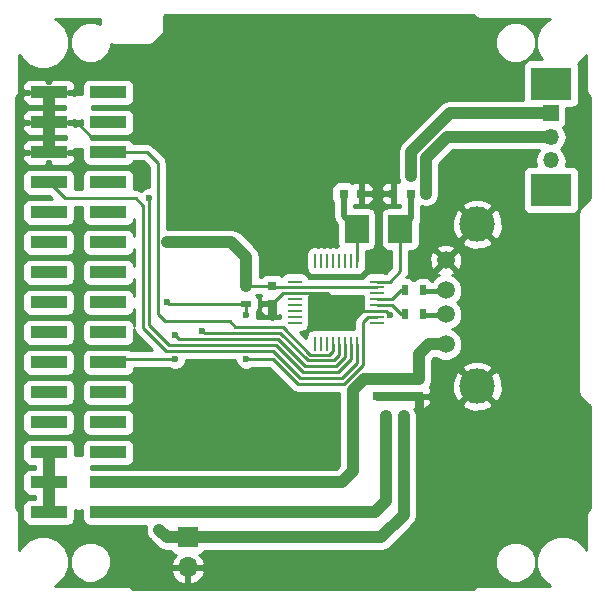
<source format=gtl>
G04 #@! TF.FileFunction,Copper,L1,Top,Signal*
%FSLAX46Y46*%
G04 Gerber Fmt 4.6, Leading zero omitted, Abs format (unit mm)*
G04 Created by KiCad (PCBNEW 4.0.7) date 07/27/18 08:10:25*
%MOMM*%
%LPD*%
G01*
G04 APERTURE LIST*
%ADD10C,0.100000*%
%ADD11R,0.750000X0.800000*%
%ADD12R,0.800000X0.750000*%
%ADD13R,0.500000X0.900000*%
%ADD14R,0.900000X0.500000*%
%ADD15R,1.143000X0.254000*%
%ADD16R,0.254000X1.143000*%
%ADD17R,2.000000X2.400000*%
%ADD18R,1.700000X1.700000*%
%ADD19O,1.700000X1.700000*%
%ADD20C,1.500000*%
%ADD21C,3.000000*%
%ADD22R,3.500000X2.800000*%
%ADD23R,1.350000X1.350000*%
%ADD24O,1.350000X1.350000*%
%ADD25C,0.800000*%
%ADD26R,3.150000X1.000000*%
%ADD27C,0.600000*%
%ADD28C,0.250000*%
%ADD29C,1.000000*%
%ADD30C,0.750000*%
%ADD31C,0.500000*%
%ADD32C,0.400000*%
%ADD33C,0.254000*%
G04 APERTURE END LIST*
D10*
D11*
X138814000Y-115970000D03*
X138814000Y-114470000D03*
X135242000Y-115970000D03*
X135242000Y-114470000D03*
X137020000Y-115970000D03*
X137020000Y-114470000D03*
X126400000Y-108150000D03*
X126400000Y-106650000D03*
D12*
X133950000Y-98800000D03*
X132450000Y-98800000D03*
X136650000Y-98800000D03*
X138150000Y-98800000D03*
D13*
X137650000Y-107000000D03*
X139150000Y-107000000D03*
X137650000Y-109000000D03*
X139150000Y-109000000D03*
D14*
X124200000Y-108150000D03*
X124200000Y-106650000D03*
D15*
X128300000Y-106250000D03*
X128300000Y-106750000D03*
X128300000Y-107250000D03*
X128300000Y-107750000D03*
X128300000Y-108250000D03*
X128300000Y-108750000D03*
X128300000Y-109250000D03*
X128300000Y-109750000D03*
D16*
X130050000Y-111500000D03*
X130550000Y-111500000D03*
X131050000Y-111500000D03*
X131550000Y-111500000D03*
X132050000Y-111500000D03*
X132550000Y-111500000D03*
X133050000Y-111500000D03*
X133550000Y-111500000D03*
D15*
X135300000Y-109750000D03*
X135300000Y-109250000D03*
X135300000Y-108750000D03*
X135300000Y-108250000D03*
X135300000Y-107750000D03*
X135300000Y-107250000D03*
X135300000Y-106750000D03*
X135300000Y-106250000D03*
D16*
X133550000Y-104500000D03*
X133050000Y-104500000D03*
X132550000Y-104500000D03*
X132050000Y-104500000D03*
X131550000Y-104500000D03*
X131050000Y-104500000D03*
X130550000Y-104500000D03*
X130050000Y-104500000D03*
D17*
X133550000Y-101800000D03*
X137250000Y-101800000D03*
D18*
X119240000Y-127920000D03*
D19*
X119240000Y-130460000D03*
D20*
X141100000Y-104452400D03*
X141100000Y-106992400D03*
X141100000Y-109022400D03*
X141100000Y-111562400D03*
D21*
X143770000Y-101402400D03*
X143770000Y-115122400D03*
D22*
X150000000Y-98500000D03*
D23*
X150000000Y-92000000D03*
D24*
X150000000Y-94000000D03*
X150000000Y-96000000D03*
D22*
X150000000Y-89500000D03*
D14*
X116827000Y-125773000D03*
X116827000Y-127273000D03*
D25*
X108095000Y-90220000D03*
D26*
X107475000Y-90220000D03*
X107475000Y-102920000D03*
X107475000Y-100380000D03*
X107475000Y-97840000D03*
X107475000Y-95300000D03*
X107475000Y-92760000D03*
D25*
X106825000Y-90220000D03*
D26*
X112525000Y-90220000D03*
X112525000Y-92760000D03*
X112525000Y-95300000D03*
X112525000Y-97840000D03*
X112525000Y-100380000D03*
X112525000Y-102920000D03*
X107475000Y-105460000D03*
X112525000Y-105460000D03*
X107475000Y-108000000D03*
X112525000Y-108000000D03*
X107475000Y-110540000D03*
X112525000Y-110540000D03*
X107475000Y-113080000D03*
X112525000Y-113080000D03*
X107475000Y-115620000D03*
X112525000Y-115620000D03*
X107475000Y-118160000D03*
X112525000Y-118160000D03*
X107475000Y-120700000D03*
X112525000Y-120700000D03*
X107475000Y-123240000D03*
X112525000Y-123240000D03*
X107475000Y-125780000D03*
X112525000Y-125780000D03*
D25*
X111905000Y-90220000D03*
X106825000Y-92760000D03*
X111905000Y-92760000D03*
X106825000Y-95300000D03*
X111905000Y-95300000D03*
X106825000Y-97840000D03*
X111905000Y-97840000D03*
X106825000Y-100380000D03*
X111905000Y-100380000D03*
X106825000Y-102920000D03*
X111905000Y-102920000D03*
X106825000Y-105460000D03*
X111905000Y-105460000D03*
X106825000Y-108000000D03*
X111905000Y-108000000D03*
X106825000Y-110540000D03*
X111905000Y-110540000D03*
X106825000Y-113080000D03*
X111905000Y-113080000D03*
X106825000Y-115620000D03*
X111905000Y-115620000D03*
X106825000Y-118160000D03*
X111905000Y-118160000D03*
X106825000Y-120700000D03*
X111905000Y-120700000D03*
X106825000Y-123240000D03*
X111905000Y-123240000D03*
X106825000Y-125780000D03*
X111905000Y-125780000D03*
X113175000Y-90220000D03*
X108095000Y-92760000D03*
X113175000Y-92760000D03*
X108095000Y-95300000D03*
X113175000Y-95300000D03*
X108095000Y-97840000D03*
X113175000Y-97840000D03*
X108095000Y-100380000D03*
X113175000Y-100380000D03*
X108095000Y-102920000D03*
X113175000Y-102920000D03*
X108095000Y-105460000D03*
X113175000Y-105460000D03*
X108095000Y-108000000D03*
X113175000Y-108000000D03*
X108095000Y-110540000D03*
X113175000Y-110540000D03*
X108095000Y-113080000D03*
X113175000Y-113080000D03*
X108095000Y-115620000D03*
X113175000Y-115620000D03*
X108095000Y-118160000D03*
X113175000Y-118160000D03*
X108095000Y-120700000D03*
X113175000Y-120700000D03*
X108095000Y-123240000D03*
X113175000Y-123240000D03*
X108095000Y-125780000D03*
X113175000Y-125780000D03*
D27*
X116700000Y-94011000D03*
X123939000Y-101758000D03*
X123939000Y-94011000D03*
X136400000Y-109100000D03*
X135400000Y-98800000D03*
X135400000Y-104500000D03*
X131800000Y-108000000D03*
X138800000Y-117332000D03*
X126400000Y-109200000D03*
X117505002Y-102901000D03*
X116000000Y-99200000D03*
X120500000Y-110400000D03*
X124200000Y-109100000D03*
X124200000Y-112800000D03*
X117500000Y-108000000D03*
X118200000Y-110800000D03*
X118200000Y-112800000D03*
X138163000Y-97313000D03*
X136004000Y-117633000D03*
X139433000Y-98837000D03*
X137528000Y-117633000D03*
D28*
X116700000Y-94000000D02*
X116800000Y-94000000D01*
X116700000Y-94011000D02*
X116700000Y-94000000D01*
X107475000Y-92760000D02*
X109861000Y-92760000D01*
X109861000Y-92760000D02*
X111101000Y-94000000D01*
X111101000Y-94000000D02*
X116800000Y-94000000D01*
D29*
X123939000Y-101758000D02*
X123939000Y-94011000D01*
X116800000Y-94000000D02*
X123928000Y-94000000D01*
D30*
X137020000Y-115970000D02*
X135242000Y-115970000D01*
X138814000Y-115970000D02*
X137020000Y-115970000D01*
D28*
X135300000Y-108750000D02*
X136050000Y-108750000D01*
X136050000Y-108750000D02*
X136400000Y-109100000D01*
D29*
X107475000Y-92760000D02*
X107475000Y-95300000D01*
X107475000Y-90220000D02*
X107475000Y-92760000D01*
D31*
X107475000Y-92760000D02*
X108560000Y-92760000D01*
X135400000Y-98800000D02*
X135400000Y-104500000D01*
D28*
X135300000Y-108750000D02*
X132550000Y-108750000D01*
X131050000Y-107250000D02*
X131800000Y-108000000D01*
X131050000Y-107250000D02*
X128300000Y-107250000D01*
X132550000Y-108750000D02*
X131800000Y-108000000D01*
D31*
X136650000Y-98800000D02*
X135400000Y-98800000D01*
X135400000Y-98800000D02*
X133950000Y-98800000D01*
D30*
X138800000Y-115932000D02*
X138814000Y-117318000D01*
X138814000Y-117318000D02*
X138800000Y-117332000D01*
X126400000Y-108150000D02*
X126400000Y-109200000D01*
D28*
X128300000Y-107250000D02*
X127300000Y-107250000D01*
X127300000Y-107250000D02*
X126400000Y-108150000D01*
X128300000Y-107250000D02*
X128750000Y-107250000D01*
X107475000Y-90220000D02*
X107780000Y-90220000D01*
D29*
X135242000Y-114470000D02*
X134214000Y-114470000D01*
X132302000Y-123240000D02*
X112525000Y-123240000D01*
X133210000Y-122332000D02*
X132302000Y-123240000D01*
X133210000Y-115474000D02*
X133210000Y-122332000D01*
X134214000Y-114470000D02*
X133210000Y-115474000D01*
X138814000Y-114470000D02*
X137020000Y-114470000D01*
X141100000Y-111562400D02*
X139661600Y-111562400D01*
X138814000Y-112410000D02*
X138814000Y-114470000D01*
X139661600Y-111562400D02*
X138814000Y-112410000D01*
X137020000Y-114470000D02*
X135242000Y-114470000D01*
X124200000Y-106650000D02*
X124200000Y-104178000D01*
X122923000Y-102901000D02*
X117505002Y-102901000D01*
X124200000Y-104178000D02*
X122923000Y-102901000D01*
D28*
X126400000Y-106650000D02*
X124200000Y-106650000D01*
X128300000Y-106750000D02*
X126500000Y-106750000D01*
X126500000Y-106750000D02*
X126400000Y-106650000D01*
X128300000Y-106750000D02*
X135300000Y-106750000D01*
D31*
X138150000Y-98800000D02*
X138150000Y-100900000D01*
X138150000Y-100900000D02*
X137250000Y-101800000D01*
D28*
X135300000Y-106250000D02*
X136350000Y-106250000D01*
X137250000Y-105350000D02*
X137250000Y-101800000D01*
X136350000Y-106250000D02*
X137250000Y-105350000D01*
X116700000Y-109000000D02*
X117300000Y-109600000D01*
X112525000Y-95300000D02*
X115800000Y-95300000D01*
X115800000Y-95300000D02*
X116700000Y-96200000D01*
X131550000Y-112150000D02*
X131550000Y-111500000D01*
X129645943Y-112445943D02*
X127300000Y-110100000D01*
X131254057Y-112445943D02*
X129645943Y-112445943D01*
X131550000Y-112150000D02*
X131254057Y-112445943D01*
X116700000Y-96200000D02*
X116700000Y-109000000D01*
X123300000Y-110100000D02*
X127300000Y-110100000D01*
X122800000Y-109600000D02*
X123300000Y-110100000D01*
X117300000Y-109600000D02*
X122800000Y-109600000D01*
X108835000Y-99200000D02*
X114869998Y-99200000D01*
X128800000Y-114400000D02*
X126500000Y-112100000D01*
X133550000Y-113150000D02*
X132300000Y-114400000D01*
X132300000Y-114400000D02*
X128800000Y-114400000D01*
X133550000Y-111500000D02*
X133550000Y-113150000D01*
X108835000Y-99200000D02*
X107475000Y-97840000D01*
X126500000Y-112100000D02*
X117400000Y-112100000D01*
X115500000Y-110200000D02*
X117400000Y-112100000D01*
X115500000Y-99830002D02*
X115500000Y-110200000D01*
X114869998Y-99200000D02*
X115500000Y-99830002D01*
X116000000Y-109900000D02*
X117700000Y-111600000D01*
X116000000Y-99200000D02*
X116000000Y-109900000D01*
X126700000Y-111600000D02*
X117700000Y-111600000D01*
X133050000Y-112850000D02*
X133050000Y-111500000D01*
X132000000Y-113900000D02*
X129000000Y-113900000D01*
X133050000Y-112850000D02*
X132000000Y-113900000D01*
X129000000Y-113900000D02*
X126700000Y-111600000D01*
X117700000Y-111600000D02*
X117700000Y-111600000D01*
X127100000Y-110600000D02*
X120700000Y-110600000D01*
X132050000Y-111500000D02*
X132050000Y-112450000D01*
X131600000Y-112900000D02*
X129400000Y-112900000D01*
X132050000Y-112450000D02*
X131600000Y-112900000D01*
X129400000Y-112900000D02*
X127100000Y-110600000D01*
X120700000Y-110600000D02*
X120500000Y-110400000D01*
X124200000Y-112800000D02*
X126469998Y-112800000D01*
X135300000Y-109250000D02*
X134550000Y-109250000D01*
X132500000Y-114900000D02*
X128600000Y-114900000D01*
X134100000Y-113300000D02*
X132500000Y-114900000D01*
X134100000Y-109700000D02*
X134100000Y-113300000D01*
X134550000Y-109250000D02*
X134100000Y-109700000D01*
X128600000Y-114900000D02*
X128569998Y-114900000D01*
X124200000Y-109100000D02*
X124200000Y-108150000D01*
X126469998Y-112800000D02*
X128569998Y-114900000D01*
X124200000Y-108150000D02*
X117650000Y-108150000D01*
X117650000Y-108150000D02*
X117500000Y-108000000D01*
X112805000Y-112800000D02*
X118200000Y-112800000D01*
X118500000Y-111100000D02*
X118200000Y-110800000D01*
X129200000Y-113400000D02*
X126900000Y-111100000D01*
X132550000Y-112650000D02*
X131800000Y-113400000D01*
X131800000Y-113400000D02*
X129200000Y-113400000D01*
X132550000Y-112650000D02*
X132550000Y-111500000D01*
X126900000Y-111100000D02*
X118500000Y-111100000D01*
X112805000Y-112800000D02*
X112525000Y-113080000D01*
D29*
X107475000Y-123240000D02*
X107475000Y-125780000D01*
X107475000Y-120700000D02*
X107475000Y-123240000D01*
X150000000Y-92000000D02*
X141444000Y-92000000D01*
X138163000Y-95281000D02*
X141338000Y-92106000D01*
X138163000Y-97313000D02*
X138163000Y-95281000D01*
X136004000Y-124872000D02*
X136004000Y-117633000D01*
X135096000Y-125780000D02*
X136004000Y-124872000D01*
X135096000Y-125780000D02*
X116834000Y-125780000D01*
X141444000Y-92000000D02*
X141338000Y-92106000D01*
X116827000Y-125773000D02*
X112532000Y-125773000D01*
X112532000Y-125773000D02*
X112525000Y-125780000D01*
X116834000Y-125780000D02*
X116827000Y-125773000D01*
D32*
X141100000Y-107062400D02*
X139212400Y-107062400D01*
X139212400Y-107062400D02*
X139150000Y-107000000D01*
X141100000Y-109062400D02*
X139212400Y-109062400D01*
X139212400Y-109062400D02*
X139150000Y-109000000D01*
D28*
X135300000Y-107750000D02*
X136550000Y-107750000D01*
X137300000Y-107000000D02*
X137650000Y-107000000D01*
X136550000Y-107750000D02*
X137300000Y-107000000D01*
X135300000Y-108250000D02*
X136550000Y-108250000D01*
X137300000Y-109000000D02*
X137650000Y-109000000D01*
X136550000Y-108250000D02*
X137300000Y-109000000D01*
D31*
X132450000Y-98800000D02*
X132450000Y-100700000D01*
X132450000Y-100700000D02*
X133550000Y-101800000D01*
D28*
X133550000Y-104500000D02*
X133550000Y-101800000D01*
D29*
X150000000Y-94000000D02*
X141222000Y-94000000D01*
X139433000Y-98837000D02*
X139433000Y-95789000D01*
X139433000Y-95789000D02*
X141116000Y-94106000D01*
X135623000Y-127920000D02*
X119240000Y-127920000D01*
X137528000Y-126015000D02*
X135623000Y-127920000D01*
X137528000Y-117633000D02*
X137528000Y-126015000D01*
X141222000Y-94000000D02*
X141116000Y-94106000D01*
X119240000Y-127920000D02*
X117474000Y-127920000D01*
X117474000Y-127920000D02*
X116827000Y-127273000D01*
X119240000Y-127920000D02*
X119240000Y-127740000D01*
D33*
G36*
X143497954Y-83802046D02*
X143728295Y-83955954D01*
X144000000Y-84010000D01*
X149963500Y-84010000D01*
X149735628Y-84104155D01*
X149106364Y-84732321D01*
X148765389Y-85553481D01*
X148764613Y-86442619D01*
X149104155Y-87264372D01*
X149292015Y-87452560D01*
X148250000Y-87452560D01*
X148014683Y-87496838D01*
X147798559Y-87635910D01*
X147653569Y-87848110D01*
X147602560Y-88100000D01*
X147602560Y-90865000D01*
X141444000Y-90865000D01*
X141009655Y-90951396D01*
X140641434Y-91197434D01*
X137360434Y-94478434D01*
X137114397Y-94846654D01*
X137028000Y-95281000D01*
X137028000Y-97313000D01*
X137114397Y-97747346D01*
X137142898Y-97790000D01*
X136935750Y-97790000D01*
X136777000Y-97948750D01*
X136777000Y-98673000D01*
X136797000Y-98673000D01*
X136797000Y-98927000D01*
X136777000Y-98927000D01*
X136777000Y-99651250D01*
X136935750Y-99810000D01*
X137176309Y-99810000D01*
X137265000Y-99773263D01*
X137265000Y-99952560D01*
X136250000Y-99952560D01*
X136014683Y-99996838D01*
X135798559Y-100135910D01*
X135653569Y-100348110D01*
X135602560Y-100600000D01*
X135602560Y-103000000D01*
X135646838Y-103235317D01*
X135785910Y-103451441D01*
X135998110Y-103596431D01*
X136250000Y-103647440D01*
X136490000Y-103647440D01*
X136490000Y-105035198D01*
X136035198Y-105490000D01*
X135942807Y-105490000D01*
X135871500Y-105475560D01*
X134728500Y-105475560D01*
X134493183Y-105519838D01*
X134277059Y-105658910D01*
X134132069Y-105871110D01*
X134107993Y-105990000D01*
X129493914Y-105990000D01*
X129474662Y-105887683D01*
X129335590Y-105671559D01*
X129123390Y-105526569D01*
X128871500Y-105475560D01*
X127728500Y-105475560D01*
X127493183Y-105519838D01*
X127277059Y-105658910D01*
X127199925Y-105771799D01*
X127026890Y-105653569D01*
X126775000Y-105602560D01*
X126025000Y-105602560D01*
X125789683Y-105646838D01*
X125573559Y-105785910D01*
X125502437Y-105890000D01*
X125335000Y-105890000D01*
X125335000Y-104178000D01*
X125285372Y-103928500D01*
X129275560Y-103928500D01*
X129275560Y-105071500D01*
X129319838Y-105306817D01*
X129458910Y-105522941D01*
X129671110Y-105667931D01*
X129923000Y-105718940D01*
X130177000Y-105718940D01*
X130304515Y-105694946D01*
X130423000Y-105718940D01*
X130677000Y-105718940D01*
X130804515Y-105694946D01*
X130923000Y-105718940D01*
X131177000Y-105718940D01*
X131304515Y-105694946D01*
X131423000Y-105718940D01*
X131677000Y-105718940D01*
X131804515Y-105694946D01*
X131923000Y-105718940D01*
X132177000Y-105718940D01*
X132304515Y-105694946D01*
X132423000Y-105718940D01*
X132677000Y-105718940D01*
X132804515Y-105694946D01*
X132923000Y-105718940D01*
X133177000Y-105718940D01*
X133304515Y-105694946D01*
X133423000Y-105718940D01*
X133677000Y-105718940D01*
X133912317Y-105674662D01*
X134128441Y-105535590D01*
X134273431Y-105323390D01*
X134324440Y-105071500D01*
X134324440Y-103928500D01*
X134310000Y-103851758D01*
X134310000Y-103647440D01*
X134550000Y-103647440D01*
X134785317Y-103603162D01*
X135001441Y-103464090D01*
X135146431Y-103251890D01*
X135197440Y-103000000D01*
X135197440Y-100600000D01*
X135153162Y-100364683D01*
X135014090Y-100148559D01*
X134801890Y-100003569D01*
X134550000Y-99952560D01*
X133335000Y-99952560D01*
X133335000Y-99773263D01*
X133423691Y-99810000D01*
X133664250Y-99810000D01*
X133823000Y-99651250D01*
X133823000Y-98927000D01*
X134077000Y-98927000D01*
X134077000Y-99651250D01*
X134235750Y-99810000D01*
X134476309Y-99810000D01*
X134709698Y-99713327D01*
X134888327Y-99534699D01*
X134985000Y-99301310D01*
X134985000Y-99085750D01*
X135615000Y-99085750D01*
X135615000Y-99301310D01*
X135711673Y-99534699D01*
X135890302Y-99713327D01*
X136123691Y-99810000D01*
X136364250Y-99810000D01*
X136523000Y-99651250D01*
X136523000Y-98927000D01*
X135773750Y-98927000D01*
X135615000Y-99085750D01*
X134985000Y-99085750D01*
X134826250Y-98927000D01*
X134077000Y-98927000D01*
X133823000Y-98927000D01*
X133803000Y-98927000D01*
X133803000Y-98673000D01*
X133823000Y-98673000D01*
X133823000Y-97948750D01*
X134077000Y-97948750D01*
X134077000Y-98673000D01*
X134826250Y-98673000D01*
X134985000Y-98514250D01*
X134985000Y-98298690D01*
X135615000Y-98298690D01*
X135615000Y-98514250D01*
X135773750Y-98673000D01*
X136523000Y-98673000D01*
X136523000Y-97948750D01*
X136364250Y-97790000D01*
X136123691Y-97790000D01*
X135890302Y-97886673D01*
X135711673Y-98065301D01*
X135615000Y-98298690D01*
X134985000Y-98298690D01*
X134888327Y-98065301D01*
X134709698Y-97886673D01*
X134476309Y-97790000D01*
X134235750Y-97790000D01*
X134077000Y-97948750D01*
X133823000Y-97948750D01*
X133664250Y-97790000D01*
X133423691Y-97790000D01*
X133190302Y-97886673D01*
X133188932Y-97888043D01*
X133101890Y-97828569D01*
X132850000Y-97777560D01*
X132050000Y-97777560D01*
X131814683Y-97821838D01*
X131598559Y-97960910D01*
X131453569Y-98173110D01*
X131402560Y-98425000D01*
X131402560Y-99175000D01*
X131446838Y-99410317D01*
X131565000Y-99593946D01*
X131565000Y-100699995D01*
X131564999Y-100700000D01*
X131612145Y-100937013D01*
X131632367Y-101038675D01*
X131824210Y-101325790D01*
X131902560Y-101404140D01*
X131902560Y-103000000D01*
X131946838Y-103235317D01*
X131976273Y-103281060D01*
X131923000Y-103281060D01*
X131795485Y-103305054D01*
X131677000Y-103281060D01*
X131423000Y-103281060D01*
X131295485Y-103305054D01*
X131177000Y-103281060D01*
X130923000Y-103281060D01*
X130795485Y-103305054D01*
X130677000Y-103281060D01*
X130423000Y-103281060D01*
X130295485Y-103305054D01*
X130177000Y-103281060D01*
X129923000Y-103281060D01*
X129687683Y-103325338D01*
X129471559Y-103464410D01*
X129326569Y-103676610D01*
X129275560Y-103928500D01*
X125285372Y-103928500D01*
X125248603Y-103743654D01*
X125002566Y-103375434D01*
X123725566Y-102098434D01*
X123641193Y-102042058D01*
X123357346Y-101852397D01*
X122923000Y-101766000D01*
X117505002Y-101766000D01*
X117460000Y-101774951D01*
X117460000Y-96200000D01*
X117423668Y-96017350D01*
X117402148Y-95909160D01*
X117237401Y-95662599D01*
X116337401Y-94762599D01*
X116090839Y-94597852D01*
X115800000Y-94540000D01*
X114687279Y-94540000D01*
X114564090Y-94348559D01*
X114351890Y-94203569D01*
X114100000Y-94152560D01*
X111034893Y-94152560D01*
X111035107Y-93907440D01*
X114100000Y-93907440D01*
X114335317Y-93863162D01*
X114551441Y-93724090D01*
X114696431Y-93511890D01*
X114747440Y-93260000D01*
X114747440Y-92260000D01*
X114703162Y-92024683D01*
X114564090Y-91808559D01*
X114351890Y-91663569D01*
X114100000Y-91612560D01*
X111134894Y-91612560D01*
X111135108Y-91367440D01*
X114100000Y-91367440D01*
X114335317Y-91323162D01*
X114551441Y-91184090D01*
X114696431Y-90971890D01*
X114747440Y-90720000D01*
X114747440Y-89720000D01*
X114703162Y-89484683D01*
X114564090Y-89268559D01*
X114351890Y-89123569D01*
X114100000Y-89072560D01*
X110950000Y-89072560D01*
X110714683Y-89116838D01*
X110498559Y-89255910D01*
X110353569Y-89468110D01*
X110302560Y-89720000D01*
X110302560Y-90386674D01*
X110226756Y-90355197D01*
X109775225Y-90354803D01*
X109604567Y-90425317D01*
X109526250Y-90347000D01*
X109141400Y-90347000D01*
X109143309Y-90341069D01*
X109123079Y-90093000D01*
X109526250Y-90093000D01*
X109685000Y-89934250D01*
X109685000Y-89593690D01*
X109588327Y-89360301D01*
X109409698Y-89181673D01*
X109176309Y-89085000D01*
X107760750Y-89085000D01*
X107602000Y-89243750D01*
X107602000Y-89289526D01*
X107581977Y-89297820D01*
X107561483Y-89467615D01*
X107479630Y-89385762D01*
X107460000Y-89405392D01*
X107440370Y-89385762D01*
X107358516Y-89467616D01*
X107348000Y-89380483D01*
X107348000Y-89243750D01*
X107189250Y-89085000D01*
X105773691Y-89085000D01*
X105540302Y-89181673D01*
X105361673Y-89360301D01*
X105265000Y-89593690D01*
X105265000Y-89934250D01*
X105423750Y-90093000D01*
X105778600Y-90093000D01*
X105776691Y-90098931D01*
X105796921Y-90347000D01*
X105423750Y-90347000D01*
X105265000Y-90505750D01*
X105265000Y-90846310D01*
X105361673Y-91079699D01*
X105540302Y-91258327D01*
X105773691Y-91355000D01*
X107189250Y-91355000D01*
X107348000Y-91196250D01*
X107348000Y-91059517D01*
X107358516Y-90972384D01*
X107440370Y-91054238D01*
X107460000Y-91034608D01*
X107479630Y-91054238D01*
X107561483Y-90972385D01*
X107581977Y-91142180D01*
X107602000Y-91148623D01*
X107602000Y-91196250D01*
X107760750Y-91355000D01*
X108865117Y-91355000D01*
X108864881Y-91625000D01*
X107760750Y-91625000D01*
X107602000Y-91783750D01*
X107602000Y-91829526D01*
X107581977Y-91837820D01*
X107561483Y-92007615D01*
X107479630Y-91925762D01*
X107460000Y-91945392D01*
X107440370Y-91925762D01*
X107358516Y-92007616D01*
X107348000Y-91920483D01*
X107348000Y-91783750D01*
X107189250Y-91625000D01*
X105773691Y-91625000D01*
X105540302Y-91721673D01*
X105361673Y-91900301D01*
X105265000Y-92133690D01*
X105265000Y-92474250D01*
X105423750Y-92633000D01*
X105778600Y-92633000D01*
X105776691Y-92638931D01*
X105796921Y-92887000D01*
X105423750Y-92887000D01*
X105265000Y-93045750D01*
X105265000Y-93386310D01*
X105361673Y-93619699D01*
X105540302Y-93798327D01*
X105773691Y-93895000D01*
X107189250Y-93895000D01*
X107348000Y-93736250D01*
X107348000Y-93599517D01*
X107358516Y-93512384D01*
X107440370Y-93594238D01*
X107460000Y-93574608D01*
X107479630Y-93594238D01*
X107561483Y-93512385D01*
X107581977Y-93682180D01*
X107602000Y-93688623D01*
X107602000Y-93736250D01*
X107760750Y-93895000D01*
X108965117Y-93895000D01*
X108964882Y-94165000D01*
X107760750Y-94165000D01*
X107602000Y-94323750D01*
X107602000Y-94369526D01*
X107581977Y-94377820D01*
X107561483Y-94547615D01*
X107479630Y-94465762D01*
X107460000Y-94485392D01*
X107440370Y-94465762D01*
X107358516Y-94547616D01*
X107348000Y-94460483D01*
X107348000Y-94323750D01*
X107189250Y-94165000D01*
X105773691Y-94165000D01*
X105540302Y-94261673D01*
X105361673Y-94440301D01*
X105265000Y-94673690D01*
X105265000Y-95014250D01*
X105423750Y-95173000D01*
X105778600Y-95173000D01*
X105776691Y-95178931D01*
X105796921Y-95427000D01*
X105423750Y-95427000D01*
X105265000Y-95585750D01*
X105265000Y-95926310D01*
X105361673Y-96159699D01*
X105540302Y-96338327D01*
X105773691Y-96435000D01*
X107189250Y-96435000D01*
X107348000Y-96276250D01*
X107348000Y-96139517D01*
X107358516Y-96052384D01*
X107440370Y-96134238D01*
X107460000Y-96114608D01*
X107479630Y-96134238D01*
X107561483Y-96052385D01*
X107581977Y-96222180D01*
X107602000Y-96228623D01*
X107602000Y-96276250D01*
X107760750Y-96435000D01*
X109176309Y-96435000D01*
X109409698Y-96338327D01*
X109588327Y-96159699D01*
X109685000Y-95926310D01*
X109685000Y-95585750D01*
X109526250Y-95427000D01*
X109141400Y-95427000D01*
X109143309Y-95421069D01*
X109123079Y-95173000D01*
X109526250Y-95173000D01*
X109681020Y-95018230D01*
X109793223Y-95064820D01*
X110204971Y-95065179D01*
X110302560Y-95024856D01*
X110302560Y-95800000D01*
X110346838Y-96035317D01*
X110485910Y-96251441D01*
X110698110Y-96396431D01*
X110950000Y-96447440D01*
X114100000Y-96447440D01*
X114335317Y-96403162D01*
X114551441Y-96264090D01*
X114690890Y-96060000D01*
X115485198Y-96060000D01*
X115940000Y-96514802D01*
X115940000Y-98264947D01*
X115814833Y-98264838D01*
X115471057Y-98406883D01*
X115292081Y-98585546D01*
X115160837Y-98497852D01*
X114869998Y-98440000D01*
X114727189Y-98440000D01*
X114747440Y-98340000D01*
X114747440Y-97340000D01*
X114703162Y-97104683D01*
X114564090Y-96888559D01*
X114351890Y-96743569D01*
X114100000Y-96692560D01*
X110950000Y-96692560D01*
X110714683Y-96736838D01*
X110498559Y-96875910D01*
X110353569Y-97088110D01*
X110302560Y-97340000D01*
X110302560Y-98340000D01*
X110321376Y-98440000D01*
X109677189Y-98440000D01*
X109697440Y-98340000D01*
X109697440Y-97340000D01*
X109653162Y-97104683D01*
X109514090Y-96888559D01*
X109301890Y-96743569D01*
X109050000Y-96692560D01*
X105900000Y-96692560D01*
X105664683Y-96736838D01*
X105448559Y-96875910D01*
X105303569Y-97088110D01*
X105252560Y-97340000D01*
X105252560Y-98340000D01*
X105296838Y-98575317D01*
X105435910Y-98791441D01*
X105648110Y-98936431D01*
X105900000Y-98987440D01*
X107547638Y-98987440D01*
X107792758Y-99232560D01*
X105900000Y-99232560D01*
X105664683Y-99276838D01*
X105448559Y-99415910D01*
X105303569Y-99628110D01*
X105252560Y-99880000D01*
X105252560Y-100880000D01*
X105296838Y-101115317D01*
X105435910Y-101331441D01*
X105648110Y-101476431D01*
X105900000Y-101527440D01*
X109050000Y-101527440D01*
X109285317Y-101483162D01*
X109501441Y-101344090D01*
X109646431Y-101131890D01*
X109697440Y-100880000D01*
X109697440Y-99960000D01*
X110302560Y-99960000D01*
X110302560Y-100880000D01*
X110346838Y-101115317D01*
X110485910Y-101331441D01*
X110698110Y-101476431D01*
X110950000Y-101527440D01*
X114100000Y-101527440D01*
X114335317Y-101483162D01*
X114551441Y-101344090D01*
X114696431Y-101131890D01*
X114740000Y-100916740D01*
X114740000Y-102380460D01*
X114703162Y-102184683D01*
X114564090Y-101968559D01*
X114351890Y-101823569D01*
X114100000Y-101772560D01*
X110950000Y-101772560D01*
X110714683Y-101816838D01*
X110498559Y-101955910D01*
X110353569Y-102168110D01*
X110302560Y-102420000D01*
X110302560Y-103420000D01*
X110346838Y-103655317D01*
X110485910Y-103871441D01*
X110698110Y-104016431D01*
X110950000Y-104067440D01*
X114100000Y-104067440D01*
X114335317Y-104023162D01*
X114551441Y-103884090D01*
X114696431Y-103671890D01*
X114740000Y-103456740D01*
X114740000Y-104920460D01*
X114703162Y-104724683D01*
X114564090Y-104508559D01*
X114351890Y-104363569D01*
X114100000Y-104312560D01*
X110950000Y-104312560D01*
X110714683Y-104356838D01*
X110498559Y-104495910D01*
X110353569Y-104708110D01*
X110302560Y-104960000D01*
X110302560Y-105960000D01*
X110346838Y-106195317D01*
X110485910Y-106411441D01*
X110698110Y-106556431D01*
X110950000Y-106607440D01*
X114100000Y-106607440D01*
X114335317Y-106563162D01*
X114551441Y-106424090D01*
X114696431Y-106211890D01*
X114740000Y-105996740D01*
X114740000Y-107460460D01*
X114703162Y-107264683D01*
X114564090Y-107048559D01*
X114351890Y-106903569D01*
X114100000Y-106852560D01*
X110950000Y-106852560D01*
X110714683Y-106896838D01*
X110498559Y-107035910D01*
X110353569Y-107248110D01*
X110302560Y-107500000D01*
X110302560Y-108500000D01*
X110346838Y-108735317D01*
X110485910Y-108951441D01*
X110698110Y-109096431D01*
X110950000Y-109147440D01*
X114100000Y-109147440D01*
X114335317Y-109103162D01*
X114551441Y-108964090D01*
X114696431Y-108751890D01*
X114740000Y-108536740D01*
X114740000Y-110000460D01*
X114703162Y-109804683D01*
X114564090Y-109588559D01*
X114351890Y-109443569D01*
X114100000Y-109392560D01*
X110950000Y-109392560D01*
X110714683Y-109436838D01*
X110498559Y-109575910D01*
X110353569Y-109788110D01*
X110302560Y-110040000D01*
X110302560Y-111040000D01*
X110346838Y-111275317D01*
X110485910Y-111491441D01*
X110698110Y-111636431D01*
X110950000Y-111687440D01*
X114100000Y-111687440D01*
X114335317Y-111643162D01*
X114551441Y-111504090D01*
X114696431Y-111291890D01*
X114747440Y-111040000D01*
X114747440Y-110237401D01*
X114797852Y-110490839D01*
X114962599Y-110737401D01*
X116265198Y-112040000D01*
X114434480Y-112040000D01*
X114351890Y-111983569D01*
X114100000Y-111932560D01*
X110950000Y-111932560D01*
X110714683Y-111976838D01*
X110498559Y-112115910D01*
X110353569Y-112328110D01*
X110302560Y-112580000D01*
X110302560Y-113580000D01*
X110346838Y-113815317D01*
X110485910Y-114031441D01*
X110698110Y-114176431D01*
X110950000Y-114227440D01*
X114100000Y-114227440D01*
X114335317Y-114183162D01*
X114551441Y-114044090D01*
X114696431Y-113831890D01*
X114747440Y-113580000D01*
X114747440Y-113560000D01*
X117637537Y-113560000D01*
X117669673Y-113592192D01*
X118013201Y-113734838D01*
X118385167Y-113735162D01*
X118728943Y-113593117D01*
X118992192Y-113330327D01*
X119134838Y-112986799D01*
X119134948Y-112860000D01*
X123264947Y-112860000D01*
X123264838Y-112985167D01*
X123406883Y-113328943D01*
X123669673Y-113592192D01*
X124013201Y-113734838D01*
X124385167Y-113735162D01*
X124728943Y-113593117D01*
X124762118Y-113560000D01*
X126155196Y-113560000D01*
X128032597Y-115437401D01*
X128279158Y-115602148D01*
X128327412Y-115611746D01*
X128569998Y-115660000D01*
X132075000Y-115660000D01*
X132075000Y-121861868D01*
X131831868Y-122105000D01*
X114161431Y-122105000D01*
X114100000Y-122092560D01*
X111034893Y-122092560D01*
X111035107Y-121847440D01*
X114100000Y-121847440D01*
X114335317Y-121803162D01*
X114551441Y-121664090D01*
X114696431Y-121451890D01*
X114747440Y-121200000D01*
X114747440Y-120200000D01*
X114703162Y-119964683D01*
X114564090Y-119748559D01*
X114351890Y-119603569D01*
X114100000Y-119552560D01*
X110950000Y-119552560D01*
X110714683Y-119596838D01*
X110498559Y-119735910D01*
X110353569Y-119948110D01*
X110302560Y-120200000D01*
X110302560Y-120974952D01*
X110206777Y-120935180D01*
X109795029Y-120934821D01*
X109697440Y-120975144D01*
X109697440Y-120200000D01*
X109653162Y-119964683D01*
X109514090Y-119748559D01*
X109301890Y-119603569D01*
X109050000Y-119552560D01*
X105900000Y-119552560D01*
X105664683Y-119596838D01*
X105448559Y-119735910D01*
X105303569Y-119948110D01*
X105252560Y-120200000D01*
X105252560Y-121200000D01*
X105296838Y-121435317D01*
X105435910Y-121651441D01*
X105648110Y-121796431D01*
X105900000Y-121847440D01*
X106340000Y-121847440D01*
X106340000Y-122092560D01*
X105900000Y-122092560D01*
X105664683Y-122136838D01*
X105448559Y-122275910D01*
X105303569Y-122488110D01*
X105252560Y-122740000D01*
X105252560Y-123740000D01*
X105296838Y-123975317D01*
X105435910Y-124191441D01*
X105648110Y-124336431D01*
X105900000Y-124387440D01*
X106340000Y-124387440D01*
X106340000Y-124632560D01*
X105900000Y-124632560D01*
X105664683Y-124676838D01*
X105448559Y-124815910D01*
X105303569Y-125028110D01*
X105252560Y-125280000D01*
X105252560Y-126280000D01*
X105296838Y-126515317D01*
X105435910Y-126731441D01*
X105648110Y-126876431D01*
X105900000Y-126927440D01*
X109050000Y-126927440D01*
X109285317Y-126883162D01*
X109501441Y-126744090D01*
X109646431Y-126531890D01*
X109697440Y-126280000D01*
X109697440Y-125613326D01*
X109773244Y-125644803D01*
X110224775Y-125645197D01*
X110302560Y-125613057D01*
X110302560Y-126280000D01*
X110346838Y-126515317D01*
X110485910Y-126731441D01*
X110698110Y-126876431D01*
X110950000Y-126927440D01*
X114100000Y-126927440D01*
X114203315Y-126908000D01*
X115752848Y-126908000D01*
X115729560Y-127023000D01*
X115729560Y-127084174D01*
X115692000Y-127273000D01*
X115729560Y-127461826D01*
X115729560Y-127523000D01*
X115773838Y-127758317D01*
X115912910Y-127974441D01*
X115993790Y-128029704D01*
X116024434Y-128075566D01*
X116671434Y-128722566D01*
X117039654Y-128968603D01*
X117474000Y-129055000D01*
X117818808Y-129055000D01*
X117925910Y-129221441D01*
X118138110Y-129366431D01*
X118246107Y-129388301D01*
X117968355Y-129693076D01*
X117798524Y-130103110D01*
X117919845Y-130333000D01*
X119113000Y-130333000D01*
X119113000Y-130313000D01*
X119367000Y-130313000D01*
X119367000Y-130333000D01*
X120560155Y-130333000D01*
X120681476Y-130103110D01*
X120511645Y-129693076D01*
X120235499Y-129390063D01*
X120325317Y-129373162D01*
X120541441Y-129234090D01*
X120663808Y-129055000D01*
X135623000Y-129055000D01*
X136057346Y-128968603D01*
X136425566Y-128722566D01*
X138330566Y-126817566D01*
X138402439Y-126710000D01*
X138576603Y-126449346D01*
X138663000Y-126015000D01*
X138663000Y-117633000D01*
X138576603Y-117198654D01*
X138447207Y-117005000D01*
X138528250Y-117005000D01*
X138687000Y-116846250D01*
X138687000Y-116097000D01*
X138941000Y-116097000D01*
X138941000Y-116846250D01*
X139099750Y-117005000D01*
X139315310Y-117005000D01*
X139548699Y-116908327D01*
X139727327Y-116729698D01*
X139765984Y-116636370D01*
X142435635Y-116636370D01*
X142595418Y-116955139D01*
X143386187Y-117265123D01*
X144235387Y-117248897D01*
X144944582Y-116955139D01*
X145104365Y-116636370D01*
X143770000Y-115302005D01*
X142435635Y-116636370D01*
X139765984Y-116636370D01*
X139824000Y-116496309D01*
X139824000Y-116255750D01*
X139665250Y-116097000D01*
X138941000Y-116097000D01*
X138687000Y-116097000D01*
X137962750Y-116097000D01*
X137917000Y-116142750D01*
X137871250Y-116097000D01*
X137147000Y-116097000D01*
X137147000Y-116117000D01*
X136893000Y-116117000D01*
X136893000Y-116097000D01*
X136168750Y-116097000D01*
X136131000Y-116134750D01*
X136093250Y-116097000D01*
X135369000Y-116097000D01*
X135369000Y-116117000D01*
X135115000Y-116117000D01*
X135115000Y-116097000D01*
X135095000Y-116097000D01*
X135095000Y-115843000D01*
X135115000Y-115843000D01*
X135115000Y-115823000D01*
X135369000Y-115823000D01*
X135369000Y-115843000D01*
X136093250Y-115843000D01*
X136131000Y-115805250D01*
X136168750Y-115843000D01*
X136893000Y-115843000D01*
X136893000Y-115823000D01*
X137147000Y-115823000D01*
X137147000Y-115843000D01*
X137871250Y-115843000D01*
X137917000Y-115797250D01*
X137962750Y-115843000D01*
X138687000Y-115843000D01*
X138687000Y-115823000D01*
X138941000Y-115823000D01*
X138941000Y-115843000D01*
X139665250Y-115843000D01*
X139824000Y-115684250D01*
X139824000Y-115443691D01*
X139727327Y-115210302D01*
X139725957Y-115208932D01*
X139785431Y-115121890D01*
X139815083Y-114975465D01*
X139862603Y-114904346D01*
X139895574Y-114738587D01*
X141627277Y-114738587D01*
X141643503Y-115587787D01*
X141937261Y-116296982D01*
X142256030Y-116456765D01*
X143590395Y-115122400D01*
X143949605Y-115122400D01*
X145283970Y-116456765D01*
X145602739Y-116296982D01*
X145912723Y-115506213D01*
X145896497Y-114657013D01*
X145602739Y-113947818D01*
X145283970Y-113788035D01*
X143949605Y-115122400D01*
X143590395Y-115122400D01*
X142256030Y-113788035D01*
X141937261Y-113947818D01*
X141627277Y-114738587D01*
X139895574Y-114738587D01*
X139949000Y-114470000D01*
X139949000Y-113608430D01*
X142435635Y-113608430D01*
X143770000Y-114942795D01*
X145104365Y-113608430D01*
X144944582Y-113289661D01*
X144153813Y-112979677D01*
X143304613Y-112995903D01*
X142595418Y-113289661D01*
X142435635Y-113608430D01*
X139949000Y-113608430D01*
X139949000Y-112880132D01*
X140131732Y-112697400D01*
X140276042Y-112697400D01*
X140314436Y-112735861D01*
X140823298Y-112947159D01*
X141374285Y-112947640D01*
X141883515Y-112737231D01*
X142273461Y-112347964D01*
X142484759Y-111839102D01*
X142485240Y-111288115D01*
X142274831Y-110778885D01*
X141885564Y-110388939D01*
X141653130Y-110292424D01*
X141883515Y-110197231D01*
X142273461Y-109807964D01*
X142484759Y-109299102D01*
X142485240Y-108748115D01*
X142274831Y-108238885D01*
X142043687Y-108007338D01*
X142273461Y-107777964D01*
X142484759Y-107269102D01*
X142485240Y-106718115D01*
X142274831Y-106208885D01*
X141885564Y-105818939D01*
X141669021Y-105729023D01*
X141823923Y-105664860D01*
X141891912Y-105423917D01*
X141100000Y-104632005D01*
X140308088Y-105423917D01*
X140376077Y-105664860D01*
X140542621Y-105724132D01*
X140316485Y-105817569D01*
X139930938Y-106202444D01*
X139864090Y-106098559D01*
X139651890Y-105953569D01*
X139400000Y-105902560D01*
X138900000Y-105902560D01*
X138664683Y-105946838D01*
X138448559Y-106085910D01*
X138400866Y-106155711D01*
X138364090Y-106098559D01*
X138151890Y-105953569D01*
X137900000Y-105902560D01*
X137772242Y-105902560D01*
X137787401Y-105887401D01*
X137952148Y-105640840D01*
X138010000Y-105350000D01*
X138010000Y-104247571D01*
X139702799Y-104247571D01*
X139730770Y-104797848D01*
X139887540Y-105176323D01*
X140128483Y-105244312D01*
X140920395Y-104452400D01*
X141279605Y-104452400D01*
X142071517Y-105244312D01*
X142312460Y-105176323D01*
X142497201Y-104657229D01*
X142469230Y-104106952D01*
X142312460Y-103728477D01*
X142071517Y-103660488D01*
X141279605Y-104452400D01*
X140920395Y-104452400D01*
X140128483Y-103660488D01*
X139887540Y-103728477D01*
X139702799Y-104247571D01*
X138010000Y-104247571D01*
X138010000Y-103647440D01*
X138250000Y-103647440D01*
X138485317Y-103603162D01*
X138675343Y-103480883D01*
X140308088Y-103480883D01*
X141100000Y-104272795D01*
X141891912Y-103480883D01*
X141823923Y-103239940D01*
X141304829Y-103055199D01*
X140754552Y-103083170D01*
X140376077Y-103239940D01*
X140308088Y-103480883D01*
X138675343Y-103480883D01*
X138701441Y-103464090D01*
X138846431Y-103251890D01*
X138897440Y-103000000D01*
X138897440Y-102916370D01*
X142435635Y-102916370D01*
X142595418Y-103235139D01*
X143386187Y-103545123D01*
X144235387Y-103528897D01*
X144944582Y-103235139D01*
X145104365Y-102916370D01*
X143770000Y-101582005D01*
X142435635Y-102916370D01*
X138897440Y-102916370D01*
X138897440Y-101343727D01*
X138967633Y-101238675D01*
X138980456Y-101174210D01*
X139011412Y-101018587D01*
X141627277Y-101018587D01*
X141643503Y-101867787D01*
X141937261Y-102576982D01*
X142256030Y-102736765D01*
X143590395Y-101402400D01*
X143949605Y-101402400D01*
X145283970Y-102736765D01*
X145602739Y-102576982D01*
X145912723Y-101786213D01*
X145896497Y-100937013D01*
X145602739Y-100227818D01*
X145283970Y-100068035D01*
X143949605Y-101402400D01*
X143590395Y-101402400D01*
X142256030Y-100068035D01*
X141937261Y-100227818D01*
X141627277Y-101018587D01*
X139011412Y-101018587D01*
X139035001Y-100900000D01*
X139035000Y-100899995D01*
X139035000Y-99892833D01*
X139433000Y-99972000D01*
X139853133Y-99888430D01*
X142435635Y-99888430D01*
X143770000Y-101222795D01*
X145104365Y-99888430D01*
X144944582Y-99569661D01*
X144153813Y-99259677D01*
X143304613Y-99275903D01*
X142595418Y-99569661D01*
X142435635Y-99888430D01*
X139853133Y-99888430D01*
X139867346Y-99885603D01*
X140235566Y-99639566D01*
X140481603Y-99271346D01*
X140568000Y-98837000D01*
X140568000Y-96259132D01*
X141692132Y-95135000D01*
X149007060Y-95135000D01*
X148764054Y-95498685D01*
X148664336Y-96000000D01*
X148754356Y-96452560D01*
X148250000Y-96452560D01*
X148014683Y-96496838D01*
X147798559Y-96635910D01*
X147653569Y-96848110D01*
X147602560Y-97100000D01*
X147602560Y-99900000D01*
X147646838Y-100135317D01*
X147785910Y-100351441D01*
X147998110Y-100496431D01*
X148250000Y-100547440D01*
X151750000Y-100547440D01*
X151985317Y-100503162D01*
X152201441Y-100364090D01*
X152346431Y-100151890D01*
X152397440Y-99900000D01*
X152397440Y-97100000D01*
X152353162Y-96864683D01*
X152214090Y-96648559D01*
X152001890Y-96503569D01*
X151750000Y-96452560D01*
X151245644Y-96452560D01*
X151335664Y-96000000D01*
X151235946Y-95498685D01*
X150951974Y-95073690D01*
X150841689Y-95000000D01*
X150951974Y-94926310D01*
X151235946Y-94501315D01*
X151335664Y-94000000D01*
X151235946Y-93498685D01*
X151034992Y-93197936D01*
X151126441Y-93139090D01*
X151271431Y-92926890D01*
X151322440Y-92675000D01*
X151322440Y-91547440D01*
X151750000Y-91547440D01*
X151985317Y-91503162D01*
X152201441Y-91364090D01*
X152346431Y-91151890D01*
X152397440Y-90900000D01*
X152397440Y-88100000D01*
X152353162Y-87864683D01*
X152330644Y-87829689D01*
X152893636Y-87267679D01*
X152990000Y-87035608D01*
X152990000Y-90000000D01*
X153044046Y-90271705D01*
X153197954Y-90502046D01*
X153290000Y-90594092D01*
X153290000Y-99205908D01*
X152497954Y-99997954D01*
X152344046Y-100228295D01*
X152290000Y-100500000D01*
X152290000Y-115500000D01*
X152344046Y-115771705D01*
X152497954Y-116002046D01*
X153290000Y-116794092D01*
X153290000Y-125405908D01*
X153197954Y-125497954D01*
X153044046Y-125728295D01*
X152990000Y-126000000D01*
X152990000Y-128963500D01*
X152895845Y-128735628D01*
X152267679Y-128106364D01*
X151446519Y-127765389D01*
X150557381Y-127764613D01*
X149735628Y-128104155D01*
X149106364Y-128732321D01*
X148765389Y-129553481D01*
X148764613Y-130442619D01*
X149104155Y-131264372D01*
X149732321Y-131893636D01*
X149964392Y-131990000D01*
X144000000Y-131990000D01*
X143728295Y-132044046D01*
X143497954Y-132197954D01*
X143405908Y-132290000D01*
X114594092Y-132290000D01*
X114502046Y-132197954D01*
X114271705Y-132044046D01*
X114000000Y-131990000D01*
X108036500Y-131990000D01*
X108264372Y-131895845D01*
X108893636Y-131267679D01*
X109234611Y-130446519D01*
X109234700Y-130343599D01*
X109264699Y-130343599D01*
X109528281Y-130981515D01*
X110015918Y-131470004D01*
X110653373Y-131734699D01*
X111343599Y-131735301D01*
X111981515Y-131471719D01*
X112470004Y-130984082D01*
X112539428Y-130816890D01*
X117798524Y-130816890D01*
X117968355Y-131226924D01*
X118358642Y-131655183D01*
X118883108Y-131901486D01*
X119113000Y-131780819D01*
X119113000Y-130587000D01*
X119367000Y-130587000D01*
X119367000Y-131780819D01*
X119596892Y-131901486D01*
X120121358Y-131655183D01*
X120511645Y-131226924D01*
X120681476Y-130816890D01*
X120560155Y-130587000D01*
X119367000Y-130587000D01*
X119113000Y-130587000D01*
X117919845Y-130587000D01*
X117798524Y-130816890D01*
X112539428Y-130816890D01*
X112734699Y-130346627D01*
X112734701Y-130343599D01*
X145264699Y-130343599D01*
X145528281Y-130981515D01*
X146015918Y-131470004D01*
X146653373Y-131734699D01*
X147343599Y-131735301D01*
X147981515Y-131471719D01*
X148470004Y-130984082D01*
X148734699Y-130346627D01*
X148735301Y-129656401D01*
X148471719Y-129018485D01*
X147984082Y-128529996D01*
X147346627Y-128265301D01*
X146656401Y-128264699D01*
X146018485Y-128528281D01*
X145529996Y-129015918D01*
X145265301Y-129653373D01*
X145264699Y-130343599D01*
X112734701Y-130343599D01*
X112735301Y-129656401D01*
X112471719Y-129018485D01*
X111984082Y-128529996D01*
X111346627Y-128265301D01*
X110656401Y-128264699D01*
X110018485Y-128528281D01*
X109529996Y-129015918D01*
X109265301Y-129653373D01*
X109264699Y-130343599D01*
X109234700Y-130343599D01*
X109235387Y-129557381D01*
X108895845Y-128735628D01*
X108267679Y-128106364D01*
X107446519Y-127765389D01*
X106557381Y-127764613D01*
X105735628Y-128104155D01*
X105106364Y-128732321D01*
X105010000Y-128964392D01*
X105010000Y-126000000D01*
X104955954Y-125728295D01*
X104802046Y-125497954D01*
X104710000Y-125405908D01*
X104710000Y-117660000D01*
X105252560Y-117660000D01*
X105252560Y-118660000D01*
X105296838Y-118895317D01*
X105435910Y-119111441D01*
X105648110Y-119256431D01*
X105900000Y-119307440D01*
X109050000Y-119307440D01*
X109285317Y-119263162D01*
X109501441Y-119124090D01*
X109646431Y-118911890D01*
X109697440Y-118660000D01*
X109697440Y-117660000D01*
X110302560Y-117660000D01*
X110302560Y-118660000D01*
X110346838Y-118895317D01*
X110485910Y-119111441D01*
X110698110Y-119256431D01*
X110950000Y-119307440D01*
X114100000Y-119307440D01*
X114335317Y-119263162D01*
X114551441Y-119124090D01*
X114696431Y-118911890D01*
X114747440Y-118660000D01*
X114747440Y-117660000D01*
X114703162Y-117424683D01*
X114564090Y-117208559D01*
X114351890Y-117063569D01*
X114100000Y-117012560D01*
X110950000Y-117012560D01*
X110714683Y-117056838D01*
X110498559Y-117195910D01*
X110353569Y-117408110D01*
X110302560Y-117660000D01*
X109697440Y-117660000D01*
X109653162Y-117424683D01*
X109514090Y-117208559D01*
X109301890Y-117063569D01*
X109050000Y-117012560D01*
X105900000Y-117012560D01*
X105664683Y-117056838D01*
X105448559Y-117195910D01*
X105303569Y-117408110D01*
X105252560Y-117660000D01*
X104710000Y-117660000D01*
X104710000Y-115120000D01*
X105252560Y-115120000D01*
X105252560Y-116120000D01*
X105296838Y-116355317D01*
X105435910Y-116571441D01*
X105648110Y-116716431D01*
X105900000Y-116767440D01*
X109050000Y-116767440D01*
X109285317Y-116723162D01*
X109501441Y-116584090D01*
X109646431Y-116371890D01*
X109697440Y-116120000D01*
X109697440Y-115120000D01*
X110302560Y-115120000D01*
X110302560Y-116120000D01*
X110346838Y-116355317D01*
X110485910Y-116571441D01*
X110698110Y-116716431D01*
X110950000Y-116767440D01*
X114100000Y-116767440D01*
X114335317Y-116723162D01*
X114551441Y-116584090D01*
X114696431Y-116371890D01*
X114747440Y-116120000D01*
X114747440Y-115120000D01*
X114703162Y-114884683D01*
X114564090Y-114668559D01*
X114351890Y-114523569D01*
X114100000Y-114472560D01*
X110950000Y-114472560D01*
X110714683Y-114516838D01*
X110498559Y-114655910D01*
X110353569Y-114868110D01*
X110302560Y-115120000D01*
X109697440Y-115120000D01*
X109653162Y-114884683D01*
X109514090Y-114668559D01*
X109301890Y-114523569D01*
X109050000Y-114472560D01*
X105900000Y-114472560D01*
X105664683Y-114516838D01*
X105448559Y-114655910D01*
X105303569Y-114868110D01*
X105252560Y-115120000D01*
X104710000Y-115120000D01*
X104710000Y-112580000D01*
X105252560Y-112580000D01*
X105252560Y-113580000D01*
X105296838Y-113815317D01*
X105435910Y-114031441D01*
X105648110Y-114176431D01*
X105900000Y-114227440D01*
X109050000Y-114227440D01*
X109285317Y-114183162D01*
X109501441Y-114044090D01*
X109646431Y-113831890D01*
X109697440Y-113580000D01*
X109697440Y-112580000D01*
X109653162Y-112344683D01*
X109514090Y-112128559D01*
X109301890Y-111983569D01*
X109050000Y-111932560D01*
X105900000Y-111932560D01*
X105664683Y-111976838D01*
X105448559Y-112115910D01*
X105303569Y-112328110D01*
X105252560Y-112580000D01*
X104710000Y-112580000D01*
X104710000Y-110040000D01*
X105252560Y-110040000D01*
X105252560Y-111040000D01*
X105296838Y-111275317D01*
X105435910Y-111491441D01*
X105648110Y-111636431D01*
X105900000Y-111687440D01*
X109050000Y-111687440D01*
X109285317Y-111643162D01*
X109501441Y-111504090D01*
X109646431Y-111291890D01*
X109697440Y-111040000D01*
X109697440Y-110040000D01*
X109653162Y-109804683D01*
X109514090Y-109588559D01*
X109301890Y-109443569D01*
X109050000Y-109392560D01*
X105900000Y-109392560D01*
X105664683Y-109436838D01*
X105448559Y-109575910D01*
X105303569Y-109788110D01*
X105252560Y-110040000D01*
X104710000Y-110040000D01*
X104710000Y-107500000D01*
X105252560Y-107500000D01*
X105252560Y-108500000D01*
X105296838Y-108735317D01*
X105435910Y-108951441D01*
X105648110Y-109096431D01*
X105900000Y-109147440D01*
X109050000Y-109147440D01*
X109285317Y-109103162D01*
X109501441Y-108964090D01*
X109646431Y-108751890D01*
X109697440Y-108500000D01*
X109697440Y-107500000D01*
X109653162Y-107264683D01*
X109514090Y-107048559D01*
X109301890Y-106903569D01*
X109050000Y-106852560D01*
X105900000Y-106852560D01*
X105664683Y-106896838D01*
X105448559Y-107035910D01*
X105303569Y-107248110D01*
X105252560Y-107500000D01*
X104710000Y-107500000D01*
X104710000Y-104960000D01*
X105252560Y-104960000D01*
X105252560Y-105960000D01*
X105296838Y-106195317D01*
X105435910Y-106411441D01*
X105648110Y-106556431D01*
X105900000Y-106607440D01*
X109050000Y-106607440D01*
X109285317Y-106563162D01*
X109501441Y-106424090D01*
X109646431Y-106211890D01*
X109697440Y-105960000D01*
X109697440Y-104960000D01*
X109653162Y-104724683D01*
X109514090Y-104508559D01*
X109301890Y-104363569D01*
X109050000Y-104312560D01*
X105900000Y-104312560D01*
X105664683Y-104356838D01*
X105448559Y-104495910D01*
X105303569Y-104708110D01*
X105252560Y-104960000D01*
X104710000Y-104960000D01*
X104710000Y-102420000D01*
X105252560Y-102420000D01*
X105252560Y-103420000D01*
X105296838Y-103655317D01*
X105435910Y-103871441D01*
X105648110Y-104016431D01*
X105900000Y-104067440D01*
X109050000Y-104067440D01*
X109285317Y-104023162D01*
X109501441Y-103884090D01*
X109646431Y-103671890D01*
X109697440Y-103420000D01*
X109697440Y-102420000D01*
X109653162Y-102184683D01*
X109514090Y-101968559D01*
X109301890Y-101823569D01*
X109050000Y-101772560D01*
X105900000Y-101772560D01*
X105664683Y-101816838D01*
X105448559Y-101955910D01*
X105303569Y-102168110D01*
X105252560Y-102420000D01*
X104710000Y-102420000D01*
X104710000Y-90594092D01*
X104802046Y-90502046D01*
X104955954Y-90271705D01*
X105010000Y-90000000D01*
X105010000Y-87036500D01*
X105104155Y-87264372D01*
X105732321Y-87893636D01*
X106553481Y-88234611D01*
X107442619Y-88235387D01*
X108264372Y-87895845D01*
X108893636Y-87267679D01*
X109234611Y-86446519D01*
X109235387Y-85557381D01*
X108895845Y-84735628D01*
X108267679Y-84106364D01*
X108035608Y-84010000D01*
X111790000Y-84010000D01*
X111790000Y-84449406D01*
X111346627Y-84265301D01*
X110656401Y-84264699D01*
X110018485Y-84528281D01*
X109529996Y-85015918D01*
X109265301Y-85653373D01*
X109264699Y-86343599D01*
X109528281Y-86981515D01*
X110015918Y-87470004D01*
X110653373Y-87734699D01*
X111343599Y-87735301D01*
X111981515Y-87471719D01*
X112470004Y-86984082D01*
X112734699Y-86346627D01*
X112734701Y-86343599D01*
X145264699Y-86343599D01*
X145528281Y-86981515D01*
X146015918Y-87470004D01*
X146653373Y-87734699D01*
X147343599Y-87735301D01*
X147981515Y-87471719D01*
X148470004Y-86984082D01*
X148734699Y-86346627D01*
X148735301Y-85656401D01*
X148471719Y-85018485D01*
X147984082Y-84529996D01*
X147346627Y-84265301D01*
X146656401Y-84264699D01*
X146018485Y-84528281D01*
X145529996Y-85015918D01*
X145265301Y-85653373D01*
X145264699Y-86343599D01*
X112734701Y-86343599D01*
X112734864Y-86157261D01*
X113000000Y-86210000D01*
X116000000Y-86210000D01*
X116271705Y-86155954D01*
X116502046Y-86002046D01*
X117002046Y-85502046D01*
X117155954Y-85271705D01*
X117210000Y-85000000D01*
X117210000Y-83794092D01*
X117294092Y-83710000D01*
X143405908Y-83710000D01*
X143497954Y-83802046D01*
X143497954Y-83802046D01*
G37*
X143497954Y-83802046D02*
X143728295Y-83955954D01*
X144000000Y-84010000D01*
X149963500Y-84010000D01*
X149735628Y-84104155D01*
X149106364Y-84732321D01*
X148765389Y-85553481D01*
X148764613Y-86442619D01*
X149104155Y-87264372D01*
X149292015Y-87452560D01*
X148250000Y-87452560D01*
X148014683Y-87496838D01*
X147798559Y-87635910D01*
X147653569Y-87848110D01*
X147602560Y-88100000D01*
X147602560Y-90865000D01*
X141444000Y-90865000D01*
X141009655Y-90951396D01*
X140641434Y-91197434D01*
X137360434Y-94478434D01*
X137114397Y-94846654D01*
X137028000Y-95281000D01*
X137028000Y-97313000D01*
X137114397Y-97747346D01*
X137142898Y-97790000D01*
X136935750Y-97790000D01*
X136777000Y-97948750D01*
X136777000Y-98673000D01*
X136797000Y-98673000D01*
X136797000Y-98927000D01*
X136777000Y-98927000D01*
X136777000Y-99651250D01*
X136935750Y-99810000D01*
X137176309Y-99810000D01*
X137265000Y-99773263D01*
X137265000Y-99952560D01*
X136250000Y-99952560D01*
X136014683Y-99996838D01*
X135798559Y-100135910D01*
X135653569Y-100348110D01*
X135602560Y-100600000D01*
X135602560Y-103000000D01*
X135646838Y-103235317D01*
X135785910Y-103451441D01*
X135998110Y-103596431D01*
X136250000Y-103647440D01*
X136490000Y-103647440D01*
X136490000Y-105035198D01*
X136035198Y-105490000D01*
X135942807Y-105490000D01*
X135871500Y-105475560D01*
X134728500Y-105475560D01*
X134493183Y-105519838D01*
X134277059Y-105658910D01*
X134132069Y-105871110D01*
X134107993Y-105990000D01*
X129493914Y-105990000D01*
X129474662Y-105887683D01*
X129335590Y-105671559D01*
X129123390Y-105526569D01*
X128871500Y-105475560D01*
X127728500Y-105475560D01*
X127493183Y-105519838D01*
X127277059Y-105658910D01*
X127199925Y-105771799D01*
X127026890Y-105653569D01*
X126775000Y-105602560D01*
X126025000Y-105602560D01*
X125789683Y-105646838D01*
X125573559Y-105785910D01*
X125502437Y-105890000D01*
X125335000Y-105890000D01*
X125335000Y-104178000D01*
X125285372Y-103928500D01*
X129275560Y-103928500D01*
X129275560Y-105071500D01*
X129319838Y-105306817D01*
X129458910Y-105522941D01*
X129671110Y-105667931D01*
X129923000Y-105718940D01*
X130177000Y-105718940D01*
X130304515Y-105694946D01*
X130423000Y-105718940D01*
X130677000Y-105718940D01*
X130804515Y-105694946D01*
X130923000Y-105718940D01*
X131177000Y-105718940D01*
X131304515Y-105694946D01*
X131423000Y-105718940D01*
X131677000Y-105718940D01*
X131804515Y-105694946D01*
X131923000Y-105718940D01*
X132177000Y-105718940D01*
X132304515Y-105694946D01*
X132423000Y-105718940D01*
X132677000Y-105718940D01*
X132804515Y-105694946D01*
X132923000Y-105718940D01*
X133177000Y-105718940D01*
X133304515Y-105694946D01*
X133423000Y-105718940D01*
X133677000Y-105718940D01*
X133912317Y-105674662D01*
X134128441Y-105535590D01*
X134273431Y-105323390D01*
X134324440Y-105071500D01*
X134324440Y-103928500D01*
X134310000Y-103851758D01*
X134310000Y-103647440D01*
X134550000Y-103647440D01*
X134785317Y-103603162D01*
X135001441Y-103464090D01*
X135146431Y-103251890D01*
X135197440Y-103000000D01*
X135197440Y-100600000D01*
X135153162Y-100364683D01*
X135014090Y-100148559D01*
X134801890Y-100003569D01*
X134550000Y-99952560D01*
X133335000Y-99952560D01*
X133335000Y-99773263D01*
X133423691Y-99810000D01*
X133664250Y-99810000D01*
X133823000Y-99651250D01*
X133823000Y-98927000D01*
X134077000Y-98927000D01*
X134077000Y-99651250D01*
X134235750Y-99810000D01*
X134476309Y-99810000D01*
X134709698Y-99713327D01*
X134888327Y-99534699D01*
X134985000Y-99301310D01*
X134985000Y-99085750D01*
X135615000Y-99085750D01*
X135615000Y-99301310D01*
X135711673Y-99534699D01*
X135890302Y-99713327D01*
X136123691Y-99810000D01*
X136364250Y-99810000D01*
X136523000Y-99651250D01*
X136523000Y-98927000D01*
X135773750Y-98927000D01*
X135615000Y-99085750D01*
X134985000Y-99085750D01*
X134826250Y-98927000D01*
X134077000Y-98927000D01*
X133823000Y-98927000D01*
X133803000Y-98927000D01*
X133803000Y-98673000D01*
X133823000Y-98673000D01*
X133823000Y-97948750D01*
X134077000Y-97948750D01*
X134077000Y-98673000D01*
X134826250Y-98673000D01*
X134985000Y-98514250D01*
X134985000Y-98298690D01*
X135615000Y-98298690D01*
X135615000Y-98514250D01*
X135773750Y-98673000D01*
X136523000Y-98673000D01*
X136523000Y-97948750D01*
X136364250Y-97790000D01*
X136123691Y-97790000D01*
X135890302Y-97886673D01*
X135711673Y-98065301D01*
X135615000Y-98298690D01*
X134985000Y-98298690D01*
X134888327Y-98065301D01*
X134709698Y-97886673D01*
X134476309Y-97790000D01*
X134235750Y-97790000D01*
X134077000Y-97948750D01*
X133823000Y-97948750D01*
X133664250Y-97790000D01*
X133423691Y-97790000D01*
X133190302Y-97886673D01*
X133188932Y-97888043D01*
X133101890Y-97828569D01*
X132850000Y-97777560D01*
X132050000Y-97777560D01*
X131814683Y-97821838D01*
X131598559Y-97960910D01*
X131453569Y-98173110D01*
X131402560Y-98425000D01*
X131402560Y-99175000D01*
X131446838Y-99410317D01*
X131565000Y-99593946D01*
X131565000Y-100699995D01*
X131564999Y-100700000D01*
X131612145Y-100937013D01*
X131632367Y-101038675D01*
X131824210Y-101325790D01*
X131902560Y-101404140D01*
X131902560Y-103000000D01*
X131946838Y-103235317D01*
X131976273Y-103281060D01*
X131923000Y-103281060D01*
X131795485Y-103305054D01*
X131677000Y-103281060D01*
X131423000Y-103281060D01*
X131295485Y-103305054D01*
X131177000Y-103281060D01*
X130923000Y-103281060D01*
X130795485Y-103305054D01*
X130677000Y-103281060D01*
X130423000Y-103281060D01*
X130295485Y-103305054D01*
X130177000Y-103281060D01*
X129923000Y-103281060D01*
X129687683Y-103325338D01*
X129471559Y-103464410D01*
X129326569Y-103676610D01*
X129275560Y-103928500D01*
X125285372Y-103928500D01*
X125248603Y-103743654D01*
X125002566Y-103375434D01*
X123725566Y-102098434D01*
X123641193Y-102042058D01*
X123357346Y-101852397D01*
X122923000Y-101766000D01*
X117505002Y-101766000D01*
X117460000Y-101774951D01*
X117460000Y-96200000D01*
X117423668Y-96017350D01*
X117402148Y-95909160D01*
X117237401Y-95662599D01*
X116337401Y-94762599D01*
X116090839Y-94597852D01*
X115800000Y-94540000D01*
X114687279Y-94540000D01*
X114564090Y-94348559D01*
X114351890Y-94203569D01*
X114100000Y-94152560D01*
X111034893Y-94152560D01*
X111035107Y-93907440D01*
X114100000Y-93907440D01*
X114335317Y-93863162D01*
X114551441Y-93724090D01*
X114696431Y-93511890D01*
X114747440Y-93260000D01*
X114747440Y-92260000D01*
X114703162Y-92024683D01*
X114564090Y-91808559D01*
X114351890Y-91663569D01*
X114100000Y-91612560D01*
X111134894Y-91612560D01*
X111135108Y-91367440D01*
X114100000Y-91367440D01*
X114335317Y-91323162D01*
X114551441Y-91184090D01*
X114696431Y-90971890D01*
X114747440Y-90720000D01*
X114747440Y-89720000D01*
X114703162Y-89484683D01*
X114564090Y-89268559D01*
X114351890Y-89123569D01*
X114100000Y-89072560D01*
X110950000Y-89072560D01*
X110714683Y-89116838D01*
X110498559Y-89255910D01*
X110353569Y-89468110D01*
X110302560Y-89720000D01*
X110302560Y-90386674D01*
X110226756Y-90355197D01*
X109775225Y-90354803D01*
X109604567Y-90425317D01*
X109526250Y-90347000D01*
X109141400Y-90347000D01*
X109143309Y-90341069D01*
X109123079Y-90093000D01*
X109526250Y-90093000D01*
X109685000Y-89934250D01*
X109685000Y-89593690D01*
X109588327Y-89360301D01*
X109409698Y-89181673D01*
X109176309Y-89085000D01*
X107760750Y-89085000D01*
X107602000Y-89243750D01*
X107602000Y-89289526D01*
X107581977Y-89297820D01*
X107561483Y-89467615D01*
X107479630Y-89385762D01*
X107460000Y-89405392D01*
X107440370Y-89385762D01*
X107358516Y-89467616D01*
X107348000Y-89380483D01*
X107348000Y-89243750D01*
X107189250Y-89085000D01*
X105773691Y-89085000D01*
X105540302Y-89181673D01*
X105361673Y-89360301D01*
X105265000Y-89593690D01*
X105265000Y-89934250D01*
X105423750Y-90093000D01*
X105778600Y-90093000D01*
X105776691Y-90098931D01*
X105796921Y-90347000D01*
X105423750Y-90347000D01*
X105265000Y-90505750D01*
X105265000Y-90846310D01*
X105361673Y-91079699D01*
X105540302Y-91258327D01*
X105773691Y-91355000D01*
X107189250Y-91355000D01*
X107348000Y-91196250D01*
X107348000Y-91059517D01*
X107358516Y-90972384D01*
X107440370Y-91054238D01*
X107460000Y-91034608D01*
X107479630Y-91054238D01*
X107561483Y-90972385D01*
X107581977Y-91142180D01*
X107602000Y-91148623D01*
X107602000Y-91196250D01*
X107760750Y-91355000D01*
X108865117Y-91355000D01*
X108864881Y-91625000D01*
X107760750Y-91625000D01*
X107602000Y-91783750D01*
X107602000Y-91829526D01*
X107581977Y-91837820D01*
X107561483Y-92007615D01*
X107479630Y-91925762D01*
X107460000Y-91945392D01*
X107440370Y-91925762D01*
X107358516Y-92007616D01*
X107348000Y-91920483D01*
X107348000Y-91783750D01*
X107189250Y-91625000D01*
X105773691Y-91625000D01*
X105540302Y-91721673D01*
X105361673Y-91900301D01*
X105265000Y-92133690D01*
X105265000Y-92474250D01*
X105423750Y-92633000D01*
X105778600Y-92633000D01*
X105776691Y-92638931D01*
X105796921Y-92887000D01*
X105423750Y-92887000D01*
X105265000Y-93045750D01*
X105265000Y-93386310D01*
X105361673Y-93619699D01*
X105540302Y-93798327D01*
X105773691Y-93895000D01*
X107189250Y-93895000D01*
X107348000Y-93736250D01*
X107348000Y-93599517D01*
X107358516Y-93512384D01*
X107440370Y-93594238D01*
X107460000Y-93574608D01*
X107479630Y-93594238D01*
X107561483Y-93512385D01*
X107581977Y-93682180D01*
X107602000Y-93688623D01*
X107602000Y-93736250D01*
X107760750Y-93895000D01*
X108965117Y-93895000D01*
X108964882Y-94165000D01*
X107760750Y-94165000D01*
X107602000Y-94323750D01*
X107602000Y-94369526D01*
X107581977Y-94377820D01*
X107561483Y-94547615D01*
X107479630Y-94465762D01*
X107460000Y-94485392D01*
X107440370Y-94465762D01*
X107358516Y-94547616D01*
X107348000Y-94460483D01*
X107348000Y-94323750D01*
X107189250Y-94165000D01*
X105773691Y-94165000D01*
X105540302Y-94261673D01*
X105361673Y-94440301D01*
X105265000Y-94673690D01*
X105265000Y-95014250D01*
X105423750Y-95173000D01*
X105778600Y-95173000D01*
X105776691Y-95178931D01*
X105796921Y-95427000D01*
X105423750Y-95427000D01*
X105265000Y-95585750D01*
X105265000Y-95926310D01*
X105361673Y-96159699D01*
X105540302Y-96338327D01*
X105773691Y-96435000D01*
X107189250Y-96435000D01*
X107348000Y-96276250D01*
X107348000Y-96139517D01*
X107358516Y-96052384D01*
X107440370Y-96134238D01*
X107460000Y-96114608D01*
X107479630Y-96134238D01*
X107561483Y-96052385D01*
X107581977Y-96222180D01*
X107602000Y-96228623D01*
X107602000Y-96276250D01*
X107760750Y-96435000D01*
X109176309Y-96435000D01*
X109409698Y-96338327D01*
X109588327Y-96159699D01*
X109685000Y-95926310D01*
X109685000Y-95585750D01*
X109526250Y-95427000D01*
X109141400Y-95427000D01*
X109143309Y-95421069D01*
X109123079Y-95173000D01*
X109526250Y-95173000D01*
X109681020Y-95018230D01*
X109793223Y-95064820D01*
X110204971Y-95065179D01*
X110302560Y-95024856D01*
X110302560Y-95800000D01*
X110346838Y-96035317D01*
X110485910Y-96251441D01*
X110698110Y-96396431D01*
X110950000Y-96447440D01*
X114100000Y-96447440D01*
X114335317Y-96403162D01*
X114551441Y-96264090D01*
X114690890Y-96060000D01*
X115485198Y-96060000D01*
X115940000Y-96514802D01*
X115940000Y-98264947D01*
X115814833Y-98264838D01*
X115471057Y-98406883D01*
X115292081Y-98585546D01*
X115160837Y-98497852D01*
X114869998Y-98440000D01*
X114727189Y-98440000D01*
X114747440Y-98340000D01*
X114747440Y-97340000D01*
X114703162Y-97104683D01*
X114564090Y-96888559D01*
X114351890Y-96743569D01*
X114100000Y-96692560D01*
X110950000Y-96692560D01*
X110714683Y-96736838D01*
X110498559Y-96875910D01*
X110353569Y-97088110D01*
X110302560Y-97340000D01*
X110302560Y-98340000D01*
X110321376Y-98440000D01*
X109677189Y-98440000D01*
X109697440Y-98340000D01*
X109697440Y-97340000D01*
X109653162Y-97104683D01*
X109514090Y-96888559D01*
X109301890Y-96743569D01*
X109050000Y-96692560D01*
X105900000Y-96692560D01*
X105664683Y-96736838D01*
X105448559Y-96875910D01*
X105303569Y-97088110D01*
X105252560Y-97340000D01*
X105252560Y-98340000D01*
X105296838Y-98575317D01*
X105435910Y-98791441D01*
X105648110Y-98936431D01*
X105900000Y-98987440D01*
X107547638Y-98987440D01*
X107792758Y-99232560D01*
X105900000Y-99232560D01*
X105664683Y-99276838D01*
X105448559Y-99415910D01*
X105303569Y-99628110D01*
X105252560Y-99880000D01*
X105252560Y-100880000D01*
X105296838Y-101115317D01*
X105435910Y-101331441D01*
X105648110Y-101476431D01*
X105900000Y-101527440D01*
X109050000Y-101527440D01*
X109285317Y-101483162D01*
X109501441Y-101344090D01*
X109646431Y-101131890D01*
X109697440Y-100880000D01*
X109697440Y-99960000D01*
X110302560Y-99960000D01*
X110302560Y-100880000D01*
X110346838Y-101115317D01*
X110485910Y-101331441D01*
X110698110Y-101476431D01*
X110950000Y-101527440D01*
X114100000Y-101527440D01*
X114335317Y-101483162D01*
X114551441Y-101344090D01*
X114696431Y-101131890D01*
X114740000Y-100916740D01*
X114740000Y-102380460D01*
X114703162Y-102184683D01*
X114564090Y-101968559D01*
X114351890Y-101823569D01*
X114100000Y-101772560D01*
X110950000Y-101772560D01*
X110714683Y-101816838D01*
X110498559Y-101955910D01*
X110353569Y-102168110D01*
X110302560Y-102420000D01*
X110302560Y-103420000D01*
X110346838Y-103655317D01*
X110485910Y-103871441D01*
X110698110Y-104016431D01*
X110950000Y-104067440D01*
X114100000Y-104067440D01*
X114335317Y-104023162D01*
X114551441Y-103884090D01*
X114696431Y-103671890D01*
X114740000Y-103456740D01*
X114740000Y-104920460D01*
X114703162Y-104724683D01*
X114564090Y-104508559D01*
X114351890Y-104363569D01*
X114100000Y-104312560D01*
X110950000Y-104312560D01*
X110714683Y-104356838D01*
X110498559Y-104495910D01*
X110353569Y-104708110D01*
X110302560Y-104960000D01*
X110302560Y-105960000D01*
X110346838Y-106195317D01*
X110485910Y-106411441D01*
X110698110Y-106556431D01*
X110950000Y-106607440D01*
X114100000Y-106607440D01*
X114335317Y-106563162D01*
X114551441Y-106424090D01*
X114696431Y-106211890D01*
X114740000Y-105996740D01*
X114740000Y-107460460D01*
X114703162Y-107264683D01*
X114564090Y-107048559D01*
X114351890Y-106903569D01*
X114100000Y-106852560D01*
X110950000Y-106852560D01*
X110714683Y-106896838D01*
X110498559Y-107035910D01*
X110353569Y-107248110D01*
X110302560Y-107500000D01*
X110302560Y-108500000D01*
X110346838Y-108735317D01*
X110485910Y-108951441D01*
X110698110Y-109096431D01*
X110950000Y-109147440D01*
X114100000Y-109147440D01*
X114335317Y-109103162D01*
X114551441Y-108964090D01*
X114696431Y-108751890D01*
X114740000Y-108536740D01*
X114740000Y-110000460D01*
X114703162Y-109804683D01*
X114564090Y-109588559D01*
X114351890Y-109443569D01*
X114100000Y-109392560D01*
X110950000Y-109392560D01*
X110714683Y-109436838D01*
X110498559Y-109575910D01*
X110353569Y-109788110D01*
X110302560Y-110040000D01*
X110302560Y-111040000D01*
X110346838Y-111275317D01*
X110485910Y-111491441D01*
X110698110Y-111636431D01*
X110950000Y-111687440D01*
X114100000Y-111687440D01*
X114335317Y-111643162D01*
X114551441Y-111504090D01*
X114696431Y-111291890D01*
X114747440Y-111040000D01*
X114747440Y-110237401D01*
X114797852Y-110490839D01*
X114962599Y-110737401D01*
X116265198Y-112040000D01*
X114434480Y-112040000D01*
X114351890Y-111983569D01*
X114100000Y-111932560D01*
X110950000Y-111932560D01*
X110714683Y-111976838D01*
X110498559Y-112115910D01*
X110353569Y-112328110D01*
X110302560Y-112580000D01*
X110302560Y-113580000D01*
X110346838Y-113815317D01*
X110485910Y-114031441D01*
X110698110Y-114176431D01*
X110950000Y-114227440D01*
X114100000Y-114227440D01*
X114335317Y-114183162D01*
X114551441Y-114044090D01*
X114696431Y-113831890D01*
X114747440Y-113580000D01*
X114747440Y-113560000D01*
X117637537Y-113560000D01*
X117669673Y-113592192D01*
X118013201Y-113734838D01*
X118385167Y-113735162D01*
X118728943Y-113593117D01*
X118992192Y-113330327D01*
X119134838Y-112986799D01*
X119134948Y-112860000D01*
X123264947Y-112860000D01*
X123264838Y-112985167D01*
X123406883Y-113328943D01*
X123669673Y-113592192D01*
X124013201Y-113734838D01*
X124385167Y-113735162D01*
X124728943Y-113593117D01*
X124762118Y-113560000D01*
X126155196Y-113560000D01*
X128032597Y-115437401D01*
X128279158Y-115602148D01*
X128327412Y-115611746D01*
X128569998Y-115660000D01*
X132075000Y-115660000D01*
X132075000Y-121861868D01*
X131831868Y-122105000D01*
X114161431Y-122105000D01*
X114100000Y-122092560D01*
X111034893Y-122092560D01*
X111035107Y-121847440D01*
X114100000Y-121847440D01*
X114335317Y-121803162D01*
X114551441Y-121664090D01*
X114696431Y-121451890D01*
X114747440Y-121200000D01*
X114747440Y-120200000D01*
X114703162Y-119964683D01*
X114564090Y-119748559D01*
X114351890Y-119603569D01*
X114100000Y-119552560D01*
X110950000Y-119552560D01*
X110714683Y-119596838D01*
X110498559Y-119735910D01*
X110353569Y-119948110D01*
X110302560Y-120200000D01*
X110302560Y-120974952D01*
X110206777Y-120935180D01*
X109795029Y-120934821D01*
X109697440Y-120975144D01*
X109697440Y-120200000D01*
X109653162Y-119964683D01*
X109514090Y-119748559D01*
X109301890Y-119603569D01*
X109050000Y-119552560D01*
X105900000Y-119552560D01*
X105664683Y-119596838D01*
X105448559Y-119735910D01*
X105303569Y-119948110D01*
X105252560Y-120200000D01*
X105252560Y-121200000D01*
X105296838Y-121435317D01*
X105435910Y-121651441D01*
X105648110Y-121796431D01*
X105900000Y-121847440D01*
X106340000Y-121847440D01*
X106340000Y-122092560D01*
X105900000Y-122092560D01*
X105664683Y-122136838D01*
X105448559Y-122275910D01*
X105303569Y-122488110D01*
X105252560Y-122740000D01*
X105252560Y-123740000D01*
X105296838Y-123975317D01*
X105435910Y-124191441D01*
X105648110Y-124336431D01*
X105900000Y-124387440D01*
X106340000Y-124387440D01*
X106340000Y-124632560D01*
X105900000Y-124632560D01*
X105664683Y-124676838D01*
X105448559Y-124815910D01*
X105303569Y-125028110D01*
X105252560Y-125280000D01*
X105252560Y-126280000D01*
X105296838Y-126515317D01*
X105435910Y-126731441D01*
X105648110Y-126876431D01*
X105900000Y-126927440D01*
X109050000Y-126927440D01*
X109285317Y-126883162D01*
X109501441Y-126744090D01*
X109646431Y-126531890D01*
X109697440Y-126280000D01*
X109697440Y-125613326D01*
X109773244Y-125644803D01*
X110224775Y-125645197D01*
X110302560Y-125613057D01*
X110302560Y-126280000D01*
X110346838Y-126515317D01*
X110485910Y-126731441D01*
X110698110Y-126876431D01*
X110950000Y-126927440D01*
X114100000Y-126927440D01*
X114203315Y-126908000D01*
X115752848Y-126908000D01*
X115729560Y-127023000D01*
X115729560Y-127084174D01*
X115692000Y-127273000D01*
X115729560Y-127461826D01*
X115729560Y-127523000D01*
X115773838Y-127758317D01*
X115912910Y-127974441D01*
X115993790Y-128029704D01*
X116024434Y-128075566D01*
X116671434Y-128722566D01*
X117039654Y-128968603D01*
X117474000Y-129055000D01*
X117818808Y-129055000D01*
X117925910Y-129221441D01*
X118138110Y-129366431D01*
X118246107Y-129388301D01*
X117968355Y-129693076D01*
X117798524Y-130103110D01*
X117919845Y-130333000D01*
X119113000Y-130333000D01*
X119113000Y-130313000D01*
X119367000Y-130313000D01*
X119367000Y-130333000D01*
X120560155Y-130333000D01*
X120681476Y-130103110D01*
X120511645Y-129693076D01*
X120235499Y-129390063D01*
X120325317Y-129373162D01*
X120541441Y-129234090D01*
X120663808Y-129055000D01*
X135623000Y-129055000D01*
X136057346Y-128968603D01*
X136425566Y-128722566D01*
X138330566Y-126817566D01*
X138402439Y-126710000D01*
X138576603Y-126449346D01*
X138663000Y-126015000D01*
X138663000Y-117633000D01*
X138576603Y-117198654D01*
X138447207Y-117005000D01*
X138528250Y-117005000D01*
X138687000Y-116846250D01*
X138687000Y-116097000D01*
X138941000Y-116097000D01*
X138941000Y-116846250D01*
X139099750Y-117005000D01*
X139315310Y-117005000D01*
X139548699Y-116908327D01*
X139727327Y-116729698D01*
X139765984Y-116636370D01*
X142435635Y-116636370D01*
X142595418Y-116955139D01*
X143386187Y-117265123D01*
X144235387Y-117248897D01*
X144944582Y-116955139D01*
X145104365Y-116636370D01*
X143770000Y-115302005D01*
X142435635Y-116636370D01*
X139765984Y-116636370D01*
X139824000Y-116496309D01*
X139824000Y-116255750D01*
X139665250Y-116097000D01*
X138941000Y-116097000D01*
X138687000Y-116097000D01*
X137962750Y-116097000D01*
X137917000Y-116142750D01*
X137871250Y-116097000D01*
X137147000Y-116097000D01*
X137147000Y-116117000D01*
X136893000Y-116117000D01*
X136893000Y-116097000D01*
X136168750Y-116097000D01*
X136131000Y-116134750D01*
X136093250Y-116097000D01*
X135369000Y-116097000D01*
X135369000Y-116117000D01*
X135115000Y-116117000D01*
X135115000Y-116097000D01*
X135095000Y-116097000D01*
X135095000Y-115843000D01*
X135115000Y-115843000D01*
X135115000Y-115823000D01*
X135369000Y-115823000D01*
X135369000Y-115843000D01*
X136093250Y-115843000D01*
X136131000Y-115805250D01*
X136168750Y-115843000D01*
X136893000Y-115843000D01*
X136893000Y-115823000D01*
X137147000Y-115823000D01*
X137147000Y-115843000D01*
X137871250Y-115843000D01*
X137917000Y-115797250D01*
X137962750Y-115843000D01*
X138687000Y-115843000D01*
X138687000Y-115823000D01*
X138941000Y-115823000D01*
X138941000Y-115843000D01*
X139665250Y-115843000D01*
X139824000Y-115684250D01*
X139824000Y-115443691D01*
X139727327Y-115210302D01*
X139725957Y-115208932D01*
X139785431Y-115121890D01*
X139815083Y-114975465D01*
X139862603Y-114904346D01*
X139895574Y-114738587D01*
X141627277Y-114738587D01*
X141643503Y-115587787D01*
X141937261Y-116296982D01*
X142256030Y-116456765D01*
X143590395Y-115122400D01*
X143949605Y-115122400D01*
X145283970Y-116456765D01*
X145602739Y-116296982D01*
X145912723Y-115506213D01*
X145896497Y-114657013D01*
X145602739Y-113947818D01*
X145283970Y-113788035D01*
X143949605Y-115122400D01*
X143590395Y-115122400D01*
X142256030Y-113788035D01*
X141937261Y-113947818D01*
X141627277Y-114738587D01*
X139895574Y-114738587D01*
X139949000Y-114470000D01*
X139949000Y-113608430D01*
X142435635Y-113608430D01*
X143770000Y-114942795D01*
X145104365Y-113608430D01*
X144944582Y-113289661D01*
X144153813Y-112979677D01*
X143304613Y-112995903D01*
X142595418Y-113289661D01*
X142435635Y-113608430D01*
X139949000Y-113608430D01*
X139949000Y-112880132D01*
X140131732Y-112697400D01*
X140276042Y-112697400D01*
X140314436Y-112735861D01*
X140823298Y-112947159D01*
X141374285Y-112947640D01*
X141883515Y-112737231D01*
X142273461Y-112347964D01*
X142484759Y-111839102D01*
X142485240Y-111288115D01*
X142274831Y-110778885D01*
X141885564Y-110388939D01*
X141653130Y-110292424D01*
X141883515Y-110197231D01*
X142273461Y-109807964D01*
X142484759Y-109299102D01*
X142485240Y-108748115D01*
X142274831Y-108238885D01*
X142043687Y-108007338D01*
X142273461Y-107777964D01*
X142484759Y-107269102D01*
X142485240Y-106718115D01*
X142274831Y-106208885D01*
X141885564Y-105818939D01*
X141669021Y-105729023D01*
X141823923Y-105664860D01*
X141891912Y-105423917D01*
X141100000Y-104632005D01*
X140308088Y-105423917D01*
X140376077Y-105664860D01*
X140542621Y-105724132D01*
X140316485Y-105817569D01*
X139930938Y-106202444D01*
X139864090Y-106098559D01*
X139651890Y-105953569D01*
X139400000Y-105902560D01*
X138900000Y-105902560D01*
X138664683Y-105946838D01*
X138448559Y-106085910D01*
X138400866Y-106155711D01*
X138364090Y-106098559D01*
X138151890Y-105953569D01*
X137900000Y-105902560D01*
X137772242Y-105902560D01*
X137787401Y-105887401D01*
X137952148Y-105640840D01*
X138010000Y-105350000D01*
X138010000Y-104247571D01*
X139702799Y-104247571D01*
X139730770Y-104797848D01*
X139887540Y-105176323D01*
X140128483Y-105244312D01*
X140920395Y-104452400D01*
X141279605Y-104452400D01*
X142071517Y-105244312D01*
X142312460Y-105176323D01*
X142497201Y-104657229D01*
X142469230Y-104106952D01*
X142312460Y-103728477D01*
X142071517Y-103660488D01*
X141279605Y-104452400D01*
X140920395Y-104452400D01*
X140128483Y-103660488D01*
X139887540Y-103728477D01*
X139702799Y-104247571D01*
X138010000Y-104247571D01*
X138010000Y-103647440D01*
X138250000Y-103647440D01*
X138485317Y-103603162D01*
X138675343Y-103480883D01*
X140308088Y-103480883D01*
X141100000Y-104272795D01*
X141891912Y-103480883D01*
X141823923Y-103239940D01*
X141304829Y-103055199D01*
X140754552Y-103083170D01*
X140376077Y-103239940D01*
X140308088Y-103480883D01*
X138675343Y-103480883D01*
X138701441Y-103464090D01*
X138846431Y-103251890D01*
X138897440Y-103000000D01*
X138897440Y-102916370D01*
X142435635Y-102916370D01*
X142595418Y-103235139D01*
X143386187Y-103545123D01*
X144235387Y-103528897D01*
X144944582Y-103235139D01*
X145104365Y-102916370D01*
X143770000Y-101582005D01*
X142435635Y-102916370D01*
X138897440Y-102916370D01*
X138897440Y-101343727D01*
X138967633Y-101238675D01*
X138980456Y-101174210D01*
X139011412Y-101018587D01*
X141627277Y-101018587D01*
X141643503Y-101867787D01*
X141937261Y-102576982D01*
X142256030Y-102736765D01*
X143590395Y-101402400D01*
X143949605Y-101402400D01*
X145283970Y-102736765D01*
X145602739Y-102576982D01*
X145912723Y-101786213D01*
X145896497Y-100937013D01*
X145602739Y-100227818D01*
X145283970Y-100068035D01*
X143949605Y-101402400D01*
X143590395Y-101402400D01*
X142256030Y-100068035D01*
X141937261Y-100227818D01*
X141627277Y-101018587D01*
X139011412Y-101018587D01*
X139035001Y-100900000D01*
X139035000Y-100899995D01*
X139035000Y-99892833D01*
X139433000Y-99972000D01*
X139853133Y-99888430D01*
X142435635Y-99888430D01*
X143770000Y-101222795D01*
X145104365Y-99888430D01*
X144944582Y-99569661D01*
X144153813Y-99259677D01*
X143304613Y-99275903D01*
X142595418Y-99569661D01*
X142435635Y-99888430D01*
X139853133Y-99888430D01*
X139867346Y-99885603D01*
X140235566Y-99639566D01*
X140481603Y-99271346D01*
X140568000Y-98837000D01*
X140568000Y-96259132D01*
X141692132Y-95135000D01*
X149007060Y-95135000D01*
X148764054Y-95498685D01*
X148664336Y-96000000D01*
X148754356Y-96452560D01*
X148250000Y-96452560D01*
X148014683Y-96496838D01*
X147798559Y-96635910D01*
X147653569Y-96848110D01*
X147602560Y-97100000D01*
X147602560Y-99900000D01*
X147646838Y-100135317D01*
X147785910Y-100351441D01*
X147998110Y-100496431D01*
X148250000Y-100547440D01*
X151750000Y-100547440D01*
X151985317Y-100503162D01*
X152201441Y-100364090D01*
X152346431Y-100151890D01*
X152397440Y-99900000D01*
X152397440Y-97100000D01*
X152353162Y-96864683D01*
X152214090Y-96648559D01*
X152001890Y-96503569D01*
X151750000Y-96452560D01*
X151245644Y-96452560D01*
X151335664Y-96000000D01*
X151235946Y-95498685D01*
X150951974Y-95073690D01*
X150841689Y-95000000D01*
X150951974Y-94926310D01*
X151235946Y-94501315D01*
X151335664Y-94000000D01*
X151235946Y-93498685D01*
X151034992Y-93197936D01*
X151126441Y-93139090D01*
X151271431Y-92926890D01*
X151322440Y-92675000D01*
X151322440Y-91547440D01*
X151750000Y-91547440D01*
X151985317Y-91503162D01*
X152201441Y-91364090D01*
X152346431Y-91151890D01*
X152397440Y-90900000D01*
X152397440Y-88100000D01*
X152353162Y-87864683D01*
X152330644Y-87829689D01*
X152893636Y-87267679D01*
X152990000Y-87035608D01*
X152990000Y-90000000D01*
X153044046Y-90271705D01*
X153197954Y-90502046D01*
X153290000Y-90594092D01*
X153290000Y-99205908D01*
X152497954Y-99997954D01*
X152344046Y-100228295D01*
X152290000Y-100500000D01*
X152290000Y-115500000D01*
X152344046Y-115771705D01*
X152497954Y-116002046D01*
X153290000Y-116794092D01*
X153290000Y-125405908D01*
X153197954Y-125497954D01*
X153044046Y-125728295D01*
X152990000Y-126000000D01*
X152990000Y-128963500D01*
X152895845Y-128735628D01*
X152267679Y-128106364D01*
X151446519Y-127765389D01*
X150557381Y-127764613D01*
X149735628Y-128104155D01*
X149106364Y-128732321D01*
X148765389Y-129553481D01*
X148764613Y-130442619D01*
X149104155Y-131264372D01*
X149732321Y-131893636D01*
X149964392Y-131990000D01*
X144000000Y-131990000D01*
X143728295Y-132044046D01*
X143497954Y-132197954D01*
X143405908Y-132290000D01*
X114594092Y-132290000D01*
X114502046Y-132197954D01*
X114271705Y-132044046D01*
X114000000Y-131990000D01*
X108036500Y-131990000D01*
X108264372Y-131895845D01*
X108893636Y-131267679D01*
X109234611Y-130446519D01*
X109234700Y-130343599D01*
X109264699Y-130343599D01*
X109528281Y-130981515D01*
X110015918Y-131470004D01*
X110653373Y-131734699D01*
X111343599Y-131735301D01*
X111981515Y-131471719D01*
X112470004Y-130984082D01*
X112539428Y-130816890D01*
X117798524Y-130816890D01*
X117968355Y-131226924D01*
X118358642Y-131655183D01*
X118883108Y-131901486D01*
X119113000Y-131780819D01*
X119113000Y-130587000D01*
X119367000Y-130587000D01*
X119367000Y-131780819D01*
X119596892Y-131901486D01*
X120121358Y-131655183D01*
X120511645Y-131226924D01*
X120681476Y-130816890D01*
X120560155Y-130587000D01*
X119367000Y-130587000D01*
X119113000Y-130587000D01*
X117919845Y-130587000D01*
X117798524Y-130816890D01*
X112539428Y-130816890D01*
X112734699Y-130346627D01*
X112734701Y-130343599D01*
X145264699Y-130343599D01*
X145528281Y-130981515D01*
X146015918Y-131470004D01*
X146653373Y-131734699D01*
X147343599Y-131735301D01*
X147981515Y-131471719D01*
X148470004Y-130984082D01*
X148734699Y-130346627D01*
X148735301Y-129656401D01*
X148471719Y-129018485D01*
X147984082Y-128529996D01*
X147346627Y-128265301D01*
X146656401Y-128264699D01*
X146018485Y-128528281D01*
X145529996Y-129015918D01*
X145265301Y-129653373D01*
X145264699Y-130343599D01*
X112734701Y-130343599D01*
X112735301Y-129656401D01*
X112471719Y-129018485D01*
X111984082Y-128529996D01*
X111346627Y-128265301D01*
X110656401Y-128264699D01*
X110018485Y-128528281D01*
X109529996Y-129015918D01*
X109265301Y-129653373D01*
X109264699Y-130343599D01*
X109234700Y-130343599D01*
X109235387Y-129557381D01*
X108895845Y-128735628D01*
X108267679Y-128106364D01*
X107446519Y-127765389D01*
X106557381Y-127764613D01*
X105735628Y-128104155D01*
X105106364Y-128732321D01*
X105010000Y-128964392D01*
X105010000Y-126000000D01*
X104955954Y-125728295D01*
X104802046Y-125497954D01*
X104710000Y-125405908D01*
X104710000Y-117660000D01*
X105252560Y-117660000D01*
X105252560Y-118660000D01*
X105296838Y-118895317D01*
X105435910Y-119111441D01*
X105648110Y-119256431D01*
X105900000Y-119307440D01*
X109050000Y-119307440D01*
X109285317Y-119263162D01*
X109501441Y-119124090D01*
X109646431Y-118911890D01*
X109697440Y-118660000D01*
X109697440Y-117660000D01*
X110302560Y-117660000D01*
X110302560Y-118660000D01*
X110346838Y-118895317D01*
X110485910Y-119111441D01*
X110698110Y-119256431D01*
X110950000Y-119307440D01*
X114100000Y-119307440D01*
X114335317Y-119263162D01*
X114551441Y-119124090D01*
X114696431Y-118911890D01*
X114747440Y-118660000D01*
X114747440Y-117660000D01*
X114703162Y-117424683D01*
X114564090Y-117208559D01*
X114351890Y-117063569D01*
X114100000Y-117012560D01*
X110950000Y-117012560D01*
X110714683Y-117056838D01*
X110498559Y-117195910D01*
X110353569Y-117408110D01*
X110302560Y-117660000D01*
X109697440Y-117660000D01*
X109653162Y-117424683D01*
X109514090Y-117208559D01*
X109301890Y-117063569D01*
X109050000Y-117012560D01*
X105900000Y-117012560D01*
X105664683Y-117056838D01*
X105448559Y-117195910D01*
X105303569Y-117408110D01*
X105252560Y-117660000D01*
X104710000Y-117660000D01*
X104710000Y-115120000D01*
X105252560Y-115120000D01*
X105252560Y-116120000D01*
X105296838Y-116355317D01*
X105435910Y-116571441D01*
X105648110Y-116716431D01*
X105900000Y-116767440D01*
X109050000Y-116767440D01*
X109285317Y-116723162D01*
X109501441Y-116584090D01*
X109646431Y-116371890D01*
X109697440Y-116120000D01*
X109697440Y-115120000D01*
X110302560Y-115120000D01*
X110302560Y-116120000D01*
X110346838Y-116355317D01*
X110485910Y-116571441D01*
X110698110Y-116716431D01*
X110950000Y-116767440D01*
X114100000Y-116767440D01*
X114335317Y-116723162D01*
X114551441Y-116584090D01*
X114696431Y-116371890D01*
X114747440Y-116120000D01*
X114747440Y-115120000D01*
X114703162Y-114884683D01*
X114564090Y-114668559D01*
X114351890Y-114523569D01*
X114100000Y-114472560D01*
X110950000Y-114472560D01*
X110714683Y-114516838D01*
X110498559Y-114655910D01*
X110353569Y-114868110D01*
X110302560Y-115120000D01*
X109697440Y-115120000D01*
X109653162Y-114884683D01*
X109514090Y-114668559D01*
X109301890Y-114523569D01*
X109050000Y-114472560D01*
X105900000Y-114472560D01*
X105664683Y-114516838D01*
X105448559Y-114655910D01*
X105303569Y-114868110D01*
X105252560Y-115120000D01*
X104710000Y-115120000D01*
X104710000Y-112580000D01*
X105252560Y-112580000D01*
X105252560Y-113580000D01*
X105296838Y-113815317D01*
X105435910Y-114031441D01*
X105648110Y-114176431D01*
X105900000Y-114227440D01*
X109050000Y-114227440D01*
X109285317Y-114183162D01*
X109501441Y-114044090D01*
X109646431Y-113831890D01*
X109697440Y-113580000D01*
X109697440Y-112580000D01*
X109653162Y-112344683D01*
X109514090Y-112128559D01*
X109301890Y-111983569D01*
X109050000Y-111932560D01*
X105900000Y-111932560D01*
X105664683Y-111976838D01*
X105448559Y-112115910D01*
X105303569Y-112328110D01*
X105252560Y-112580000D01*
X104710000Y-112580000D01*
X104710000Y-110040000D01*
X105252560Y-110040000D01*
X105252560Y-111040000D01*
X105296838Y-111275317D01*
X105435910Y-111491441D01*
X105648110Y-111636431D01*
X105900000Y-111687440D01*
X109050000Y-111687440D01*
X109285317Y-111643162D01*
X109501441Y-111504090D01*
X109646431Y-111291890D01*
X109697440Y-111040000D01*
X109697440Y-110040000D01*
X109653162Y-109804683D01*
X109514090Y-109588559D01*
X109301890Y-109443569D01*
X109050000Y-109392560D01*
X105900000Y-109392560D01*
X105664683Y-109436838D01*
X105448559Y-109575910D01*
X105303569Y-109788110D01*
X105252560Y-110040000D01*
X104710000Y-110040000D01*
X104710000Y-107500000D01*
X105252560Y-107500000D01*
X105252560Y-108500000D01*
X105296838Y-108735317D01*
X105435910Y-108951441D01*
X105648110Y-109096431D01*
X105900000Y-109147440D01*
X109050000Y-109147440D01*
X109285317Y-109103162D01*
X109501441Y-108964090D01*
X109646431Y-108751890D01*
X109697440Y-108500000D01*
X109697440Y-107500000D01*
X109653162Y-107264683D01*
X109514090Y-107048559D01*
X109301890Y-106903569D01*
X109050000Y-106852560D01*
X105900000Y-106852560D01*
X105664683Y-106896838D01*
X105448559Y-107035910D01*
X105303569Y-107248110D01*
X105252560Y-107500000D01*
X104710000Y-107500000D01*
X104710000Y-104960000D01*
X105252560Y-104960000D01*
X105252560Y-105960000D01*
X105296838Y-106195317D01*
X105435910Y-106411441D01*
X105648110Y-106556431D01*
X105900000Y-106607440D01*
X109050000Y-106607440D01*
X109285317Y-106563162D01*
X109501441Y-106424090D01*
X109646431Y-106211890D01*
X109697440Y-105960000D01*
X109697440Y-104960000D01*
X109653162Y-104724683D01*
X109514090Y-104508559D01*
X109301890Y-104363569D01*
X109050000Y-104312560D01*
X105900000Y-104312560D01*
X105664683Y-104356838D01*
X105448559Y-104495910D01*
X105303569Y-104708110D01*
X105252560Y-104960000D01*
X104710000Y-104960000D01*
X104710000Y-102420000D01*
X105252560Y-102420000D01*
X105252560Y-103420000D01*
X105296838Y-103655317D01*
X105435910Y-103871441D01*
X105648110Y-104016431D01*
X105900000Y-104067440D01*
X109050000Y-104067440D01*
X109285317Y-104023162D01*
X109501441Y-103884090D01*
X109646431Y-103671890D01*
X109697440Y-103420000D01*
X109697440Y-102420000D01*
X109653162Y-102184683D01*
X109514090Y-101968559D01*
X109301890Y-101823569D01*
X109050000Y-101772560D01*
X105900000Y-101772560D01*
X105664683Y-101816838D01*
X105448559Y-101955910D01*
X105303569Y-102168110D01*
X105252560Y-102420000D01*
X104710000Y-102420000D01*
X104710000Y-90594092D01*
X104802046Y-90502046D01*
X104955954Y-90271705D01*
X105010000Y-90000000D01*
X105010000Y-87036500D01*
X105104155Y-87264372D01*
X105732321Y-87893636D01*
X106553481Y-88234611D01*
X107442619Y-88235387D01*
X108264372Y-87895845D01*
X108893636Y-87267679D01*
X109234611Y-86446519D01*
X109235387Y-85557381D01*
X108895845Y-84735628D01*
X108267679Y-84106364D01*
X108035608Y-84010000D01*
X111790000Y-84010000D01*
X111790000Y-84449406D01*
X111346627Y-84265301D01*
X110656401Y-84264699D01*
X110018485Y-84528281D01*
X109529996Y-85015918D01*
X109265301Y-85653373D01*
X109264699Y-86343599D01*
X109528281Y-86981515D01*
X110015918Y-87470004D01*
X110653373Y-87734699D01*
X111343599Y-87735301D01*
X111981515Y-87471719D01*
X112470004Y-86984082D01*
X112734699Y-86346627D01*
X112734701Y-86343599D01*
X145264699Y-86343599D01*
X145528281Y-86981515D01*
X146015918Y-87470004D01*
X146653373Y-87734699D01*
X147343599Y-87735301D01*
X147981515Y-87471719D01*
X148470004Y-86984082D01*
X148734699Y-86346627D01*
X148735301Y-85656401D01*
X148471719Y-85018485D01*
X147984082Y-84529996D01*
X147346627Y-84265301D01*
X146656401Y-84264699D01*
X146018485Y-84528281D01*
X145529996Y-85015918D01*
X145265301Y-85653373D01*
X145264699Y-86343599D01*
X112734701Y-86343599D01*
X112734864Y-86157261D01*
X113000000Y-86210000D01*
X116000000Y-86210000D01*
X116271705Y-86155954D01*
X116502046Y-86002046D01*
X117002046Y-85502046D01*
X117155954Y-85271705D01*
X117210000Y-85000000D01*
X117210000Y-83794092D01*
X117294092Y-83710000D01*
X143405908Y-83710000D01*
X143497954Y-83802046D01*
G36*
X134081060Y-107623000D02*
X134081060Y-107877000D01*
X134105054Y-108004515D01*
X134081060Y-108123000D01*
X134081060Y-108377000D01*
X134100432Y-108479954D01*
X134093500Y-108496690D01*
X134093500Y-108527750D01*
X134113117Y-108547367D01*
X134125338Y-108612317D01*
X134132211Y-108622998D01*
X134093500Y-108622998D01*
X134093500Y-108658543D01*
X134012599Y-108712599D01*
X133562599Y-109162599D01*
X133397852Y-109409161D01*
X133340000Y-109700000D01*
X133340000Y-110296678D01*
X133295485Y-110305054D01*
X133177000Y-110281060D01*
X132923000Y-110281060D01*
X132795485Y-110305054D01*
X132677000Y-110281060D01*
X132423000Y-110281060D01*
X132295485Y-110305054D01*
X132177000Y-110281060D01*
X131923000Y-110281060D01*
X131795485Y-110305054D01*
X131677000Y-110281060D01*
X131423000Y-110281060D01*
X131295485Y-110305054D01*
X131177000Y-110281060D01*
X130923000Y-110281060D01*
X130795485Y-110305054D01*
X130677000Y-110281060D01*
X130423000Y-110281060D01*
X130295485Y-110305054D01*
X130177000Y-110281060D01*
X129923000Y-110281060D01*
X129687683Y-110325338D01*
X129471559Y-110464410D01*
X129326569Y-110676610D01*
X129275560Y-110928500D01*
X129275560Y-111000758D01*
X128799242Y-110524440D01*
X128871500Y-110524440D01*
X129106817Y-110480162D01*
X129322941Y-110341090D01*
X129467931Y-110128890D01*
X129518940Y-109877000D01*
X129518940Y-109623000D01*
X129494946Y-109495485D01*
X129518940Y-109377000D01*
X129518940Y-109123000D01*
X129494946Y-108995485D01*
X129518940Y-108877000D01*
X129518940Y-108623000D01*
X129494946Y-108495485D01*
X129518940Y-108377000D01*
X129518940Y-108123000D01*
X129494946Y-107995485D01*
X129518940Y-107877000D01*
X129518940Y-107623000D01*
X129499568Y-107520046D01*
X129503729Y-107510000D01*
X134103943Y-107510000D01*
X134081060Y-107623000D01*
X134081060Y-107623000D01*
G37*
X134081060Y-107623000D02*
X134081060Y-107877000D01*
X134105054Y-108004515D01*
X134081060Y-108123000D01*
X134081060Y-108377000D01*
X134100432Y-108479954D01*
X134093500Y-108496690D01*
X134093500Y-108527750D01*
X134113117Y-108547367D01*
X134125338Y-108612317D01*
X134132211Y-108622998D01*
X134093500Y-108622998D01*
X134093500Y-108658543D01*
X134012599Y-108712599D01*
X133562599Y-109162599D01*
X133397852Y-109409161D01*
X133340000Y-109700000D01*
X133340000Y-110296678D01*
X133295485Y-110305054D01*
X133177000Y-110281060D01*
X132923000Y-110281060D01*
X132795485Y-110305054D01*
X132677000Y-110281060D01*
X132423000Y-110281060D01*
X132295485Y-110305054D01*
X132177000Y-110281060D01*
X131923000Y-110281060D01*
X131795485Y-110305054D01*
X131677000Y-110281060D01*
X131423000Y-110281060D01*
X131295485Y-110305054D01*
X131177000Y-110281060D01*
X130923000Y-110281060D01*
X130795485Y-110305054D01*
X130677000Y-110281060D01*
X130423000Y-110281060D01*
X130295485Y-110305054D01*
X130177000Y-110281060D01*
X129923000Y-110281060D01*
X129687683Y-110325338D01*
X129471559Y-110464410D01*
X129326569Y-110676610D01*
X129275560Y-110928500D01*
X129275560Y-111000758D01*
X128799242Y-110524440D01*
X128871500Y-110524440D01*
X129106817Y-110480162D01*
X129322941Y-110341090D01*
X129467931Y-110128890D01*
X129518940Y-109877000D01*
X129518940Y-109623000D01*
X129494946Y-109495485D01*
X129518940Y-109377000D01*
X129518940Y-109123000D01*
X129494946Y-108995485D01*
X129518940Y-108877000D01*
X129518940Y-108623000D01*
X129494946Y-108495485D01*
X129518940Y-108377000D01*
X129518940Y-108123000D01*
X129494946Y-107995485D01*
X129518940Y-107877000D01*
X129518940Y-107623000D01*
X129499568Y-107520046D01*
X129503729Y-107510000D01*
X134103943Y-107510000D01*
X134081060Y-107623000D01*
G36*
X125390000Y-107623691D02*
X125390000Y-107864250D01*
X125548750Y-108023000D01*
X126273000Y-108023000D01*
X126273000Y-108003000D01*
X126527000Y-108003000D01*
X126527000Y-108023000D01*
X126547000Y-108023000D01*
X126547000Y-108277000D01*
X126527000Y-108277000D01*
X126527000Y-109026250D01*
X126685750Y-109185000D01*
X126901310Y-109185000D01*
X127083813Y-109109405D01*
X127081060Y-109123000D01*
X127081060Y-109340000D01*
X125112747Y-109340000D01*
X125134838Y-109286799D01*
X125135162Y-108914833D01*
X125109389Y-108852458D01*
X125246431Y-108651890D01*
X125290200Y-108435750D01*
X125390000Y-108435750D01*
X125390000Y-108676309D01*
X125486673Y-108909698D01*
X125665301Y-109088327D01*
X125898690Y-109185000D01*
X126114250Y-109185000D01*
X126273000Y-109026250D01*
X126273000Y-108277000D01*
X125548750Y-108277000D01*
X125390000Y-108435750D01*
X125290200Y-108435750D01*
X125297440Y-108400000D01*
X125297440Y-107900000D01*
X125253162Y-107664683D01*
X125114090Y-107448559D01*
X125057657Y-107410000D01*
X125478514Y-107410000D01*
X125390000Y-107623691D01*
X125390000Y-107623691D01*
G37*
X125390000Y-107623691D02*
X125390000Y-107864250D01*
X125548750Y-108023000D01*
X126273000Y-108023000D01*
X126273000Y-108003000D01*
X126527000Y-108003000D01*
X126527000Y-108023000D01*
X126547000Y-108023000D01*
X126547000Y-108277000D01*
X126527000Y-108277000D01*
X126527000Y-109026250D01*
X126685750Y-109185000D01*
X126901310Y-109185000D01*
X127083813Y-109109405D01*
X127081060Y-109123000D01*
X127081060Y-109340000D01*
X125112747Y-109340000D01*
X125134838Y-109286799D01*
X125135162Y-108914833D01*
X125109389Y-108852458D01*
X125246431Y-108651890D01*
X125290200Y-108435750D01*
X125390000Y-108435750D01*
X125390000Y-108676309D01*
X125486673Y-108909698D01*
X125665301Y-109088327D01*
X125898690Y-109185000D01*
X126114250Y-109185000D01*
X126273000Y-109026250D01*
X126273000Y-108277000D01*
X125548750Y-108277000D01*
X125390000Y-108435750D01*
X125290200Y-108435750D01*
X125297440Y-108400000D01*
X125297440Y-107900000D01*
X125253162Y-107664683D01*
X125114090Y-107448559D01*
X125057657Y-107410000D01*
X125478514Y-107410000D01*
X125390000Y-107623691D01*
G36*
X108288748Y-95285858D02*
X108274605Y-95300000D01*
X108288748Y-95314143D01*
X108175890Y-95427000D01*
X108014110Y-95427000D01*
X107901253Y-95314143D01*
X107915395Y-95300000D01*
X107901253Y-95285858D01*
X108014110Y-95173000D01*
X108175890Y-95173000D01*
X108288748Y-95285858D01*
X108288748Y-95285858D01*
G37*
X108288748Y-95285858D02*
X108274605Y-95300000D01*
X108288748Y-95314143D01*
X108175890Y-95427000D01*
X108014110Y-95427000D01*
X107901253Y-95314143D01*
X107915395Y-95300000D01*
X107901253Y-95285858D01*
X108014110Y-95173000D01*
X108175890Y-95173000D01*
X108288748Y-95285858D01*
G36*
X107018748Y-95285858D02*
X107004605Y-95300000D01*
X107018748Y-95314143D01*
X106905890Y-95427000D01*
X106744110Y-95427000D01*
X106631253Y-95314143D01*
X106645395Y-95300000D01*
X106631253Y-95285858D01*
X106744110Y-95173000D01*
X106905890Y-95173000D01*
X107018748Y-95285858D01*
X107018748Y-95285858D01*
G37*
X107018748Y-95285858D02*
X107004605Y-95300000D01*
X107018748Y-95314143D01*
X106905890Y-95427000D01*
X106744110Y-95427000D01*
X106631253Y-95314143D01*
X106645395Y-95300000D01*
X106631253Y-95285858D01*
X106744110Y-95173000D01*
X106905890Y-95173000D01*
X107018748Y-95285858D01*
G36*
X109773244Y-92624803D02*
X110224775Y-92625197D01*
X110302560Y-92593057D01*
X110302560Y-93034952D01*
X110206777Y-92995180D01*
X109795029Y-92994821D01*
X109681132Y-93041882D01*
X109526250Y-92887000D01*
X109141400Y-92887000D01*
X109143309Y-92881069D01*
X109123079Y-92633000D01*
X109526250Y-92633000D01*
X109604511Y-92554739D01*
X109773244Y-92624803D01*
X109773244Y-92624803D01*
G37*
X109773244Y-92624803D02*
X110224775Y-92625197D01*
X110302560Y-92593057D01*
X110302560Y-93034952D01*
X110206777Y-92995180D01*
X109795029Y-92994821D01*
X109681132Y-93041882D01*
X109526250Y-92887000D01*
X109141400Y-92887000D01*
X109143309Y-92881069D01*
X109123079Y-92633000D01*
X109526250Y-92633000D01*
X109604511Y-92554739D01*
X109773244Y-92624803D01*
G36*
X108288748Y-92745858D02*
X108274605Y-92760000D01*
X108288748Y-92774143D01*
X108175890Y-92887000D01*
X108014110Y-92887000D01*
X107901253Y-92774143D01*
X107915395Y-92760000D01*
X107901253Y-92745858D01*
X108014110Y-92633000D01*
X108175890Y-92633000D01*
X108288748Y-92745858D01*
X108288748Y-92745858D01*
G37*
X108288748Y-92745858D02*
X108274605Y-92760000D01*
X108288748Y-92774143D01*
X108175890Y-92887000D01*
X108014110Y-92887000D01*
X107901253Y-92774143D01*
X107915395Y-92760000D01*
X107901253Y-92745858D01*
X108014110Y-92633000D01*
X108175890Y-92633000D01*
X108288748Y-92745858D01*
G36*
X107018748Y-92745858D02*
X107004605Y-92760000D01*
X107018748Y-92774143D01*
X106905890Y-92887000D01*
X106744110Y-92887000D01*
X106631253Y-92774143D01*
X106645395Y-92760000D01*
X106631253Y-92745858D01*
X106744110Y-92633000D01*
X106905890Y-92633000D01*
X107018748Y-92745858D01*
X107018748Y-92745858D01*
G37*
X107018748Y-92745858D02*
X107004605Y-92760000D01*
X107018748Y-92774143D01*
X106905890Y-92887000D01*
X106744110Y-92887000D01*
X106631253Y-92774143D01*
X106645395Y-92760000D01*
X106631253Y-92745858D01*
X106744110Y-92633000D01*
X106905890Y-92633000D01*
X107018748Y-92745858D01*
G36*
X107018748Y-90205858D02*
X107004605Y-90220000D01*
X107018748Y-90234143D01*
X106905890Y-90347000D01*
X106744110Y-90347000D01*
X106631253Y-90234143D01*
X106645395Y-90220000D01*
X106631253Y-90205858D01*
X106744110Y-90093000D01*
X106905890Y-90093000D01*
X107018748Y-90205858D01*
X107018748Y-90205858D01*
G37*
X107018748Y-90205858D02*
X107004605Y-90220000D01*
X107018748Y-90234143D01*
X106905890Y-90347000D01*
X106744110Y-90347000D01*
X106631253Y-90234143D01*
X106645395Y-90220000D01*
X106631253Y-90205858D01*
X106744110Y-90093000D01*
X106905890Y-90093000D01*
X107018748Y-90205858D01*
G36*
X108288748Y-90205858D02*
X108274605Y-90220000D01*
X108288748Y-90234143D01*
X108175890Y-90347000D01*
X108014110Y-90347000D01*
X107901253Y-90234143D01*
X107915395Y-90220000D01*
X107901253Y-90205858D01*
X108014110Y-90093000D01*
X108175890Y-90093000D01*
X108288748Y-90205858D01*
X108288748Y-90205858D01*
G37*
X108288748Y-90205858D02*
X108274605Y-90220000D01*
X108288748Y-90234143D01*
X108175890Y-90347000D01*
X108014110Y-90347000D01*
X107901253Y-90234143D01*
X107915395Y-90220000D01*
X107901253Y-90205858D01*
X108014110Y-90093000D01*
X108175890Y-90093000D01*
X108288748Y-90205858D01*
M02*

</source>
